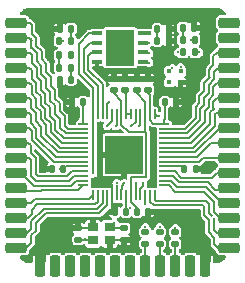
<source format=gbr>
%TF.GenerationSoftware,KiCad,Pcbnew,6.0.11+dfsg-1~bpo11+1*%
%TF.CreationDate,2023-07-13T21:39:36-04:00*%
%TF.ProjectId,Pop-In RP2040,506f702d-496e-4205-9250-323034302e6b,rev?*%
%TF.SameCoordinates,PX5f5e100PY5f5e100*%
%TF.FileFunction,Copper,L1,Top*%
%TF.FilePolarity,Positive*%
%FSLAX46Y46*%
G04 Gerber Fmt 4.6, Leading zero omitted, Abs format (unit mm)*
G04 Created by KiCad (PCBNEW 6.0.11+dfsg-1~bpo11+1) date 2023-07-13 21:39:36*
%MOMM*%
%LPD*%
G01*
G04 APERTURE LIST*
G04 Aperture macros list*
%AMRoundRect*
0 Rectangle with rounded corners*
0 $1 Rounding radius*
0 $2 $3 $4 $5 $6 $7 $8 $9 X,Y pos of 4 corners*
0 Add a 4 corners polygon primitive as box body*
4,1,4,$2,$3,$4,$5,$6,$7,$8,$9,$2,$3,0*
0 Add four circle primitives for the rounded corners*
1,1,$1+$1,$2,$3*
1,1,$1+$1,$4,$5*
1,1,$1+$1,$6,$7*
1,1,$1+$1,$8,$9*
0 Add four rect primitives between the rounded corners*
20,1,$1+$1,$2,$3,$4,$5,0*
20,1,$1+$1,$4,$5,$6,$7,0*
20,1,$1+$1,$6,$7,$8,$9,0*
20,1,$1+$1,$8,$9,$2,$3,0*%
G04 Aperture macros list end*
%TA.AperFunction,SMDPad,CuDef*%
%ADD10RoundRect,0.140000X-0.140000X-0.170000X0.140000X-0.170000X0.140000X0.170000X-0.140000X0.170000X0*%
%TD*%
%TA.AperFunction,SMDPad,CuDef*%
%ADD11R,0.850000X0.350000*%
%TD*%
%TA.AperFunction,SMDPad,CuDef*%
%ADD12R,2.400000X3.100000*%
%TD*%
%TA.AperFunction,SMDPad,CuDef*%
%ADD13RoundRect,0.147500X0.147500X0.172500X-0.147500X0.172500X-0.147500X-0.172500X0.147500X-0.172500X0*%
%TD*%
%TA.AperFunction,SMDPad,CuDef*%
%ADD14R,0.900000X0.800000*%
%TD*%
%TA.AperFunction,SMDPad,CuDef*%
%ADD15RoundRect,0.135000X0.135000X0.185000X-0.135000X0.185000X-0.135000X-0.185000X0.135000X-0.185000X0*%
%TD*%
%TA.AperFunction,SMDPad,CuDef*%
%ADD16RoundRect,0.135000X-0.135000X-0.185000X0.135000X-0.185000X0.135000X0.185000X-0.135000X0.185000X0*%
%TD*%
%TA.AperFunction,SMDPad,CuDef*%
%ADD17RoundRect,0.140000X-0.170000X0.140000X-0.170000X-0.140000X0.170000X-0.140000X0.170000X0.140000X0*%
%TD*%
%TA.AperFunction,SMDPad,CuDef*%
%ADD18RoundRect,0.135000X0.185000X-0.135000X0.185000X0.135000X-0.185000X0.135000X-0.185000X-0.135000X0*%
%TD*%
%TA.AperFunction,SMDPad,CuDef*%
%ADD19RoundRect,0.140000X0.140000X0.170000X-0.140000X0.170000X-0.140000X-0.170000X0.140000X-0.170000X0*%
%TD*%
%TA.AperFunction,SMDPad,CuDef*%
%ADD20RoundRect,0.147500X-0.147500X-0.172500X0.147500X-0.172500X0.147500X0.172500X-0.147500X0.172500X0*%
%TD*%
%TA.AperFunction,SMDPad,CuDef*%
%ADD21RoundRect,0.140000X0.170000X-0.140000X0.170000X0.140000X-0.170000X0.140000X-0.170000X-0.140000X0*%
%TD*%
%TA.AperFunction,SMDPad,CuDef*%
%ADD22RoundRect,0.050000X-0.387500X-0.050000X0.387500X-0.050000X0.387500X0.050000X-0.387500X0.050000X0*%
%TD*%
%TA.AperFunction,SMDPad,CuDef*%
%ADD23RoundRect,0.050000X-0.050000X-0.387500X0.050000X-0.387500X0.050000X0.387500X-0.050000X0.387500X0*%
%TD*%
%TA.AperFunction,SMDPad,CuDef*%
%ADD24R,3.200000X3.200000*%
%TD*%
%TA.AperFunction,SMDPad,CuDef*%
%ADD25RoundRect,0.135000X-0.185000X0.135000X-0.185000X-0.135000X0.185000X-0.135000X0.185000X0.135000X0*%
%TD*%
%TA.AperFunction,SMDPad,CuDef*%
%ADD26R,0.450000X0.450000*%
%TD*%
%TA.AperFunction,CastellatedPad*%
%ADD27RoundRect,0.225000X-0.675000X-0.225000X0.675000X-0.225000X0.675000X0.225000X-0.675000X0.225000X0*%
%TD*%
%TA.AperFunction,CastellatedPad*%
%ADD28RoundRect,0.225000X0.225000X-0.675000X0.225000X0.675000X-0.225000X0.675000X-0.225000X-0.675000X0*%
%TD*%
%TA.AperFunction,CastellatedPad*%
%ADD29RoundRect,0.225000X0.675000X0.225000X-0.675000X0.225000X-0.675000X-0.225000X0.675000X-0.225000X0*%
%TD*%
%TA.AperFunction,ViaPad*%
%ADD30C,0.300000*%
%TD*%
%TA.AperFunction,ViaPad*%
%ADD31C,0.400000*%
%TD*%
%TA.AperFunction,Conductor*%
%ADD32C,0.200000*%
%TD*%
G04 APERTURE END LIST*
D10*
%TO.P,C15,1*%
%TO.N,+3V3*%
X2929958Y8991810D03*
%TO.P,C15,2*%
%TO.N,GND*%
X3889958Y8991810D03*
%TD*%
D11*
%TO.P,U2,1,~{CS}*%
%TO.N,QSPI SS*%
X-2176463Y8629437D03*
%TO.P,U2,2,DO(IO1)*%
%TO.N,QSPI_SD1*%
X-2176463Y7829437D03*
%TO.P,U2,3,IO2*%
%TO.N,QSPI_SD2*%
X-2176463Y7029437D03*
%TO.P,U2,4,GND*%
%TO.N,GND*%
X-2176463Y6229437D03*
%TO.P,U2,5,DI(IO0)*%
%TO.N,QSPI_SD0*%
X1723537Y6229437D03*
%TO.P,U2,6,CLK*%
%TO.N,QSPI_SCLK*%
X1723537Y7029437D03*
%TO.P,U2,7,IO3*%
%TO.N,QSPI_SD3*%
X1723537Y7829437D03*
%TO.P,U2,8,VCC*%
%TO.N,+3V3*%
X1723537Y8629437D03*
D12*
%TO.P,U2,9,EP*%
%TO.N,unconnected-(U2-Pad9)*%
X-226463Y7429437D03*
%TD*%
D13*
%TO.P,D2,1,K*%
%TO.N,GND*%
X6066963Y9106733D03*
%TO.P,D2,2,A*%
%TO.N,Net-(D2-Pad2)*%
X5096963Y9106733D03*
%TD*%
D14*
%TO.P,Y1,1,1*%
%TO.N,Net-(C16-Pad1)*%
X-2515833Y-8902367D03*
%TO.P,Y1,2,2*%
%TO.N,GND*%
X-1115833Y-8902367D03*
%TO.P,Y1,3,3*%
%TO.N,Net-(C17-Pad1)*%
X-1115833Y-7802367D03*
%TO.P,Y1,4,4*%
%TO.N,GND*%
X-2515833Y-7802367D03*
%TD*%
D15*
%TO.P,R3,1*%
%TO.N,io25*%
X6099540Y8083854D03*
%TO.P,R3,2*%
%TO.N,Net-(D2-Pad2)*%
X5079540Y8083854D03*
%TD*%
D10*
%TO.P,C6,1*%
%TO.N,+3V3*%
X5213523Y-2865370D03*
%TO.P,C6,2*%
%TO.N,GND*%
X6173523Y-2865370D03*
%TD*%
D15*
%TO.P,R9,1*%
%TO.N,Net-(C13-Pad2)*%
X-4353362Y5732832D03*
%TO.P,R9,2*%
%TO.N,ADC_REF*%
X-5373362Y5732832D03*
%TD*%
D16*
%TO.P,R4,1*%
%TO.N,+3V3*%
X-5375113Y7989879D03*
%TO.P,R4,2*%
%TO.N,Net-(D1-Pad2)*%
X-4355113Y7989879D03*
%TD*%
D17*
%TO.P,C12,1*%
%TO.N,GND*%
X1189669Y4802116D03*
%TO.P,C12,2*%
%TO.N,+1V1*%
X1189669Y3842116D03*
%TD*%
D18*
%TO.P,R1,1*%
%TO.N,USB_D+*%
X3127843Y-9179588D03*
%TO.P,R1,2*%
%TO.N,Net-(R1-Pad2)*%
X3127843Y-8159588D03*
%TD*%
D19*
%TO.P,C5,1*%
%TO.N,+3V3*%
X-5065731Y-2863165D03*
%TO.P,C5,2*%
%TO.N,GND*%
X-6025731Y-2863165D03*
%TD*%
D20*
%TO.P,D1,1,K*%
%TO.N,GND*%
X-5348389Y9006737D03*
%TO.P,D1,2,A*%
%TO.N,Net-(D1-Pad2)*%
X-4378389Y9006737D03*
%TD*%
D21*
%TO.P,C10,1*%
%TO.N,+3V3*%
X215312Y3842116D03*
%TO.P,C10,2*%
%TO.N,GND*%
X215312Y4802116D03*
%TD*%
D22*
%TO.P,U1,1,IOVDD*%
%TO.N,+3V3*%
X-3352878Y961165D03*
%TO.P,U1,2,GPIO0*%
%TO.N,io0*%
X-3352878Y561165D03*
%TO.P,U1,3,GPIO1*%
%TO.N,io1*%
X-3352878Y161165D03*
%TO.P,U1,4,GPIO2*%
%TO.N,io2*%
X-3352878Y-238835D03*
%TO.P,U1,5,GPIO3*%
%TO.N,io3*%
X-3352878Y-638835D03*
%TO.P,U1,6,GPIO4*%
%TO.N,io4*%
X-3352878Y-1038835D03*
%TO.P,U1,7,GPIO5*%
%TO.N,io5*%
X-3352878Y-1438835D03*
%TO.P,U1,8,GPIO6*%
%TO.N,io6*%
X-3352878Y-1838835D03*
%TO.P,U1,9,GPIO7*%
%TO.N,io7*%
X-3352878Y-2238835D03*
%TO.P,U1,10,IOVDD*%
%TO.N,+3V3*%
X-3352878Y-2638835D03*
%TO.P,U1,11,GPIO8*%
%TO.N,io8*%
X-3352878Y-3038835D03*
%TO.P,U1,12,GPIO9*%
%TO.N,io9*%
X-3352878Y-3438835D03*
%TO.P,U1,13,GPIO10*%
%TO.N,io10*%
X-3352878Y-3838835D03*
%TO.P,U1,14,GPIO11*%
%TO.N,io11*%
X-3352878Y-4238835D03*
D23*
%TO.P,U1,15,GPIO12*%
%TO.N,io12*%
X-2515378Y-5076335D03*
%TO.P,U1,16,GPIO13*%
%TO.N,io13*%
X-2115378Y-5076335D03*
%TO.P,U1,17,GPIO14*%
%TO.N,io14*%
X-1715378Y-5076335D03*
%TO.P,U1,18,GPIO15*%
%TO.N,io15*%
X-1315378Y-5076335D03*
%TO.P,U1,19,TESTEN*%
%TO.N,GND*%
X-915378Y-5076335D03*
%TO.P,U1,20,XIN*%
%TO.N,Net-(C16-Pad1)*%
X-515378Y-5076335D03*
%TO.P,U1,21,XOUT*%
%TO.N,Net-(C17-Pad1)*%
X-115378Y-5076335D03*
%TO.P,U1,22,IOVDD*%
%TO.N,+3V3*%
X284622Y-5076335D03*
%TO.P,U1,23,DVDD*%
%TO.N,+1V1*%
X684622Y-5076335D03*
%TO.P,U1,24,SWCLK*%
%TO.N,SWCLK*%
X1084622Y-5076335D03*
%TO.P,U1,25,SWD*%
%TO.N,SWDIO*%
X1484622Y-5076335D03*
%TO.P,U1,26,RUN*%
%TO.N,Reset*%
X1884622Y-5076335D03*
%TO.P,U1,27,GPIO16*%
%TO.N,io16*%
X2284622Y-5076335D03*
%TO.P,U1,28,GPIO17*%
%TO.N,io17*%
X2684622Y-5076335D03*
D22*
%TO.P,U1,29,GPIO18*%
%TO.N,io18*%
X3522122Y-4238835D03*
%TO.P,U1,30,GPIO19*%
%TO.N,io19*%
X3522122Y-3838835D03*
%TO.P,U1,31,GPIO20*%
%TO.N,io20*%
X3522122Y-3438835D03*
%TO.P,U1,32,GPIO21*%
%TO.N,io21*%
X3522122Y-3038835D03*
%TO.P,U1,33,IOVDD*%
%TO.N,+3V3*%
X3522122Y-2638835D03*
%TO.P,U1,34,GPIO22*%
%TO.N,io22*%
X3522122Y-2238835D03*
%TO.P,U1,35,GPIO23*%
%TO.N,io23*%
X3522122Y-1838835D03*
%TO.P,U1,36,GPIO24*%
%TO.N,io24*%
X3522122Y-1438835D03*
%TO.P,U1,37,GPIO25*%
%TO.N,io25*%
X3522122Y-1038835D03*
%TO.P,U1,38,GPIO26_ADC0*%
%TO.N,io26*%
X3522122Y-638835D03*
%TO.P,U1,39,GPIO27_ADC1*%
%TO.N,io27*%
X3522122Y-238835D03*
%TO.P,U1,40,GPIO28_ADC2*%
%TO.N,io28*%
X3522122Y161165D03*
%TO.P,U1,41,GPIO29_ADC3*%
%TO.N,io29*%
X3522122Y561165D03*
%TO.P,U1,42,IOVDD*%
%TO.N,+3V3*%
X3522122Y961165D03*
D23*
%TO.P,U1,43,ADC_AVDD*%
%TO.N,Net-(C13-Pad2)*%
X2684622Y1798665D03*
%TO.P,U1,44,VREG_IN*%
%TO.N,+3V3*%
X2284622Y1798665D03*
%TO.P,U1,45,VREG_VOUT*%
%TO.N,+1V1*%
X1884622Y1798665D03*
%TO.P,U1,46,USB_DM*%
%TO.N,Net-(R2-Pad2)*%
X1484622Y1798665D03*
%TO.P,U1,47,USB_DP*%
%TO.N,Net-(R1-Pad2)*%
X1084622Y1798665D03*
%TO.P,U1,48,USB_VDD*%
%TO.N,+3V3*%
X684622Y1798665D03*
%TO.P,U1,49,IOVDD*%
X284622Y1798665D03*
%TO.P,U1,50,DVDD*%
%TO.N,+1V1*%
X-115378Y1798665D03*
%TO.P,U1,51,QSPI_SD3*%
%TO.N,QSPI_SD3*%
X-515378Y1798665D03*
%TO.P,U1,52,QSPI_SCLK*%
%TO.N,QSPI_SCLK*%
X-915378Y1798665D03*
%TO.P,U1,53,QSPI_SD0*%
%TO.N,QSPI_SD0*%
X-1315378Y1798665D03*
%TO.P,U1,54,QSPI_SD2*%
%TO.N,QSPI_SD2*%
X-1715378Y1798665D03*
%TO.P,U1,55,QSPI_SD1*%
%TO.N,QSPI_SD1*%
X-2115378Y1798665D03*
%TO.P,U1,56,QSPI_SS*%
%TO.N,QSPI SS*%
X-2515378Y1798665D03*
D24*
%TO.P,U1,57,GND*%
%TO.N,GND*%
X84622Y-1638835D03*
%TD*%
D10*
%TO.P,C9,1*%
%TO.N,+1V1*%
X1205555Y-6479004D03*
%TO.P,C9,2*%
%TO.N,GND*%
X2165555Y-6479004D03*
%TD*%
D18*
%TO.P,R2,1*%
%TO.N,USB_D-*%
X4439261Y-9179588D03*
%TO.P,R2,2*%
%TO.N,Net-(R2-Pad2)*%
X4439261Y-8159588D03*
%TD*%
D21*
%TO.P,C14,1*%
%TO.N,+3V3*%
X2157741Y3842116D03*
%TO.P,C14,2*%
%TO.N,GND*%
X2157741Y4802116D03*
%TD*%
D19*
%TO.P,C8,1*%
%TO.N,+3V3*%
X283269Y-6487179D03*
%TO.P,C8,2*%
%TO.N,GND*%
X-676731Y-6487179D03*
%TD*%
D15*
%TO.P,R8,1*%
%TO.N,+3V3*%
X6106544Y7027220D03*
%TO.P,R8,2*%
%TO.N,Net-(LED1-Pad2)*%
X5086544Y7027220D03*
%TD*%
D10*
%TO.P,C7,1*%
%TO.N,+3V3*%
X3552300Y2814099D03*
%TO.P,C7,2*%
%TO.N,GND*%
X4512300Y2814099D03*
%TD*%
D19*
%TO.P,C4,1*%
%TO.N,+3V3*%
X-3366114Y2814099D03*
%TO.P,C4,2*%
%TO.N,GND*%
X-4326114Y2814099D03*
%TD*%
D21*
%TO.P,C11,1*%
%TO.N,+1V1*%
X-759046Y3842116D03*
%TO.P,C11,2*%
%TO.N,GND*%
X-759046Y4802116D03*
%TD*%
D17*
%TO.P,C17,1*%
%TO.N,Net-(C17-Pad1)*%
X125368Y-7872367D03*
%TO.P,C17,2*%
%TO.N,GND*%
X125368Y-8832367D03*
%TD*%
D25*
%TO.P,R11,1*%
%TO.N,QSPI SS*%
X1905000Y-8159588D03*
%TO.P,R11,2*%
%TO.N,BootMode*%
X1905000Y-9179588D03*
%TD*%
D21*
%TO.P,C16,1*%
%TO.N,Net-(C16-Pad1)*%
X-3758060Y-8832367D03*
%TO.P,C16,2*%
%TO.N,GND*%
X-3758060Y-7872367D03*
%TD*%
D16*
%TO.P,R7,1*%
%TO.N,ADC_REF*%
X-5375113Y6760941D03*
%TO.P,R7,2*%
%TO.N,+3V3*%
X-4355113Y6760941D03*
%TD*%
D19*
%TO.P,C18,1*%
%TO.N,GND*%
X3889958Y8019547D03*
%TO.P,C18,2*%
%TO.N,+3V3*%
X2929958Y8019547D03*
%TD*%
D26*
%TO.P,LED1,1,DO*%
%TO.N,unconnected-(LED1-Pad1)*%
X3948660Y4473226D03*
%TO.P,LED1,2,VDD*%
%TO.N,Net-(LED1-Pad2)*%
X3948660Y5423226D03*
%TO.P,LED1,3,GND*%
%TO.N,GND*%
X4898660Y4473226D03*
%TO.P,LED1,4,DI*%
%TO.N,io24*%
X4898660Y5423226D03*
%TD*%
D10*
%TO.P,C13,1*%
%TO.N,GND*%
X-5339700Y4703324D03*
%TO.P,C13,2*%
%TO.N,Net-(C13-Pad2)*%
X-4379700Y4703324D03*
%TD*%
D27*
%TO.P,REF\u002A\u002A,1*%
%TO.N,io0*%
X-9005378Y9525000D03*
%TO.P,REF\u002A\u002A,2*%
%TO.N,io1*%
X-9005378Y8255000D03*
%TO.P,REF\u002A\u002A,3*%
%TO.N,io2*%
X-9005378Y6985000D03*
%TO.P,REF\u002A\u002A,4*%
%TO.N,io3*%
X-9005378Y5715000D03*
%TO.P,REF\u002A\u002A,5*%
%TO.N,io4*%
X-9005378Y4445000D03*
%TO.P,REF\u002A\u002A,6*%
%TO.N,io5*%
X-9005378Y3175000D03*
%TO.P,REF\u002A\u002A,7*%
%TO.N,io6*%
X-9005378Y1905000D03*
%TO.P,REF\u002A\u002A,8*%
%TO.N,io7*%
X-9005378Y635000D03*
%TO.P,REF\u002A\u002A,9*%
%TO.N,io8*%
X-9005378Y-635000D03*
%TO.P,REF\u002A\u002A,10*%
%TO.N,io9*%
X-9005378Y-1905000D03*
%TO.P,REF\u002A\u002A,11*%
%TO.N,io10*%
X-9005378Y-3175000D03*
%TO.P,REF\u002A\u002A,12*%
%TO.N,io11*%
X-9005378Y-4445000D03*
%TO.P,REF\u002A\u002A,13*%
%TO.N,io12*%
X-9005378Y-5715000D03*
%TO.P,REF\u002A\u002A,14*%
%TO.N,io13*%
X-9005378Y-6985000D03*
%TO.P,REF\u002A\u002A,15*%
%TO.N,io14*%
X-9005378Y-8255000D03*
%TO.P,REF\u002A\u002A,16*%
%TO.N,io15*%
X-9005378Y-9525000D03*
D28*
%TO.P,REF\u002A\u002A,17*%
%TO.N,GND*%
X-6985000Y-11034588D03*
%TO.P,REF\u002A\u002A,18*%
%TO.N,+3V3*%
X-5715000Y-11034588D03*
%TO.P,REF\u002A\u002A,19*%
%TO.N,ADC_REF*%
X-4445000Y-11034588D03*
%TO.P,REF\u002A\u002A,20*%
%TO.N,N/C*%
X-3175000Y-11034588D03*
%TO.P,REF\u002A\u002A,21*%
%TO.N,SWCLK*%
X-1905000Y-11034588D03*
%TO.P,REF\u002A\u002A,22*%
%TO.N,SWDIO*%
X-635000Y-11034588D03*
%TO.P,REF\u002A\u002A,23*%
%TO.N,Reset*%
X635000Y-11034588D03*
%TO.P,REF\u002A\u002A,24*%
%TO.N,BootMode*%
X1905000Y-11034588D03*
%TO.P,REF\u002A\u002A,25*%
%TO.N,USB_D+*%
X3175000Y-11034588D03*
%TO.P,REF\u002A\u002A,26*%
%TO.N,USB_D-*%
X4445000Y-11034588D03*
%TO.P,REF\u002A\u002A,27*%
%TO.N,+3V3*%
X5715000Y-11034588D03*
%TO.P,REF\u002A\u002A,28*%
%TO.N,GND*%
X6985000Y-11034588D03*
D29*
%TO.P,REF\u002A\u002A,29*%
%TO.N,io16*%
X8974622Y-9525000D03*
%TO.P,REF\u002A\u002A,30*%
%TO.N,io17*%
X8974622Y-8255000D03*
%TO.P,REF\u002A\u002A,31*%
%TO.N,io18*%
X8974622Y-6985000D03*
%TO.P,REF\u002A\u002A,32*%
%TO.N,io19*%
X8974622Y-5715000D03*
%TO.P,REF\u002A\u002A,33*%
%TO.N,io20*%
X8974622Y-4445000D03*
%TO.P,REF\u002A\u002A,34*%
%TO.N,io21*%
X8974622Y-3175000D03*
%TO.P,REF\u002A\u002A,35*%
%TO.N,io22*%
X8974622Y-1905000D03*
%TO.P,REF\u002A\u002A,36*%
%TO.N,io23*%
X8974622Y-635000D03*
%TO.P,REF\u002A\u002A,37*%
%TO.N,io24*%
X8974622Y635000D03*
%TO.P,REF\u002A\u002A,38*%
%TO.N,io25*%
X8974622Y1905000D03*
%TO.P,REF\u002A\u002A,39*%
%TO.N,io26*%
X8974622Y3175000D03*
%TO.P,REF\u002A\u002A,40*%
%TO.N,io27*%
X8974622Y4445000D03*
%TO.P,REF\u002A\u002A,41*%
%TO.N,io28*%
X8974622Y5715000D03*
%TO.P,REF\u002A\u002A,42*%
%TO.N,io29*%
X8974622Y6985000D03*
%TO.P,REF\u002A\u002A,43*%
%TO.N,N/C*%
X8974622Y8255000D03*
%TO.P,REF\u002A\u002A,44*%
X8974622Y9525000D03*
%TD*%
D30*
%TO.N,SWCLK*%
X1140853Y-4059506D03*
%TO.N,io24*%
X4895280Y5740361D03*
%TO.N,io25*%
X5794116Y8091431D03*
D31*
%TO.N,GND*%
X1356603Y-2281042D03*
X-1183397Y-1011042D03*
X1356603Y-376042D03*
X86603Y-2281042D03*
X1356603Y-1646042D03*
X-1183397Y-2916042D03*
X-548397Y-376042D03*
X-4932780Y-7943690D03*
X-1183397Y-376042D03*
X2070907Y9818108D03*
X5401569Y-7644144D03*
X721603Y-1646042D03*
D30*
X-6740879Y-2505449D03*
X2573111Y-1683514D03*
X7075116Y-2861066D03*
D31*
X86603Y-1011042D03*
X721603Y-376042D03*
X86603Y-1646042D03*
X1356603Y-1011042D03*
X1356603Y-2916042D03*
X-548397Y-2916042D03*
X-2539683Y9854222D03*
X-2161912Y5707368D03*
X-548397Y-1646042D03*
X-1183397Y-1646042D03*
X-4335767Y3735537D03*
X721603Y-2916042D03*
X4921047Y1811368D03*
X86603Y-2916042D03*
X-1183397Y-2281042D03*
X86603Y-376042D03*
D30*
%TO.N,+3V3*%
X5370770Y-2869859D03*
X-5279555Y-2863165D03*
X573669Y-6196778D03*
X6474322Y7034187D03*
X-4360333Y7088877D03*
X284622Y3785378D03*
X-3358646Y1319482D03*
D31*
X2234622Y8629437D03*
D30*
X3513775Y1319482D03*
X-5083516Y7989879D03*
X2157741Y3854688D03*
X2882257Y8524792D03*
%TO.N,QSPI_SCLK*%
X-1335378Y766165D03*
X2234622Y6938236D03*
%TO.N,QSPI SS*%
X1905000Y-7795080D03*
X-2515378Y-3222861D03*
%TO.N,QSPI_SD3*%
X2234622Y7829437D03*
X-620542Y766165D03*
%TO.N,QSPI_SD0*%
X-1190807Y2814110D03*
X2234622Y6155823D03*
%TO.N,Reset*%
X1853434Y-5793710D03*
%TO.N,Net-(R2-Pad2)*%
X4439261Y-7848835D03*
X1379622Y766165D03*
%TO.N,Net-(R1-Pad2)*%
X722842Y766165D03*
X3127843Y-7795080D03*
%TO.N,Net-(C16-Pad1)*%
X-523081Y-4059506D03*
X-3212786Y-8812745D03*
%TO.N,Net-(C17-Pad1)*%
X96088Y-4059506D03*
X-707832Y-7433164D03*
%TO.N,Net-(LED1-Pad2)*%
X4194886Y5692423D03*
X4705027Y7019927D03*
%TO.N,Net-(C13-Pad2)*%
X3038990Y1620399D03*
X-4360333Y5202691D03*
%TO.N,ADC_REF*%
X-5387572Y6209911D03*
%TO.N,SWDIO*%
X1717811Y-4059506D03*
%TD*%
D32*
%TO.N,io0*%
X-6876807Y7118946D02*
X-6876807Y6426793D01*
X-5360921Y2029923D02*
X-4923528Y1592530D01*
X-5749799Y3823221D02*
X-5749799Y3109062D01*
X-5749799Y3109062D02*
X-5360921Y2720184D01*
X-4659714Y561165D02*
X-3352878Y561165D01*
X-7327626Y7571383D02*
X-7328435Y7570574D01*
X-9005378Y9525000D02*
X-7874336Y9525000D01*
X-7712310Y9362974D02*
X-7712310Y8611316D01*
X-4923530Y824981D02*
X-4659714Y561165D01*
X-5360921Y2720184D02*
X-5360921Y2029923D01*
X-6112670Y4970038D02*
X-6112670Y4186092D01*
X-7712310Y8611316D02*
X-7327626Y8226632D01*
X-6112670Y4186092D02*
X-5749799Y3823221D01*
X-4923528Y1592530D02*
X-4923530Y824981D01*
X-6491835Y5349203D02*
X-6112670Y4970038D01*
X-6491836Y6041823D02*
X-6491835Y5349203D01*
X-7874336Y9525000D02*
X-7712310Y9362974D01*
X-6876807Y6426793D02*
X-6491836Y6041823D01*
X-7327626Y8226632D02*
X-7327626Y7571383D01*
X-7328435Y7570574D02*
X-6876807Y7118946D01*
%TO.N,io1*%
X-6891835Y5183517D02*
X-6512670Y4804352D01*
X-6891835Y5876137D02*
X-6891835Y5183517D01*
X-7921681Y8255000D02*
X-7727626Y8060946D01*
X-7276807Y6261108D02*
X-6891835Y5876137D01*
X-6512670Y4020406D02*
X-6149799Y3657535D01*
X-9005378Y8255000D02*
X-7921681Y8255000D01*
X-5760921Y1834658D02*
X-5323529Y1397263D01*
X-7727626Y8060946D02*
X-7739988Y8048584D01*
X-5323529Y1397263D02*
X-5323529Y634017D01*
X-7276807Y6953260D02*
X-7276807Y6261108D01*
X-5760921Y2544975D02*
X-5760921Y1834658D01*
X-6149799Y2933853D02*
X-5760921Y2544975D01*
X-6512670Y4804352D02*
X-6512670Y4020406D01*
X-6149799Y3657535D02*
X-6149799Y2933853D01*
X-4850677Y161165D02*
X-3352878Y161165D01*
X-7710036Y7386489D02*
X-7276807Y6953260D01*
X-7739988Y8048584D02*
X-7739988Y7386489D01*
X-7739988Y7386489D02*
X-7710036Y7386489D01*
X-5323529Y634017D02*
X-4850677Y161165D01*
%TO.N,io2*%
X-5723530Y468332D02*
X-5016363Y-238835D01*
X-7676807Y6787575D02*
X-7676807Y6095423D01*
X-6160921Y1668973D02*
X-5723529Y1231578D01*
X-6912670Y3854720D02*
X-6549799Y3491849D01*
X-5016363Y-238835D02*
X-3352878Y-238835D01*
X-7291835Y5710451D02*
X-7291835Y4936492D01*
X-6912669Y4557326D02*
X-6912670Y3854720D01*
X-7676807Y6095423D02*
X-7291835Y5710451D01*
X-6160921Y2379289D02*
X-6160921Y1668973D01*
X-7291835Y4936492D02*
X-6912669Y4557326D01*
X-9005378Y6985000D02*
X-7874231Y6985000D01*
X-6549799Y2768167D02*
X-6160921Y2379289D01*
X-5723529Y1231578D02*
X-5723530Y468332D01*
X-7874231Y6985000D02*
X-7676807Y6787575D01*
X-6549799Y3491849D02*
X-6549799Y2768167D01*
%TO.N,io3*%
X-6949799Y2602481D02*
X-6560921Y2213603D01*
X-6560921Y2213603D02*
X-6560921Y1503287D01*
X-6949799Y3326164D02*
X-6949799Y2602481D01*
X-7691835Y4770806D02*
X-7312669Y4391640D01*
X-6560921Y1503287D02*
X-6123529Y1065893D01*
X-5182049Y-638835D02*
X-3352878Y-638835D01*
X-7691835Y5496508D02*
X-7691835Y4770806D01*
X-7910327Y5715000D02*
X-7691835Y5496508D01*
X-7312669Y4391640D02*
X-7312669Y3689034D01*
X-7312669Y3689034D02*
X-6949799Y3326164D01*
X-6123529Y302645D02*
X-5182049Y-638835D01*
X-9005378Y5715000D02*
X-7910327Y5715000D01*
X-6123529Y1065893D02*
X-6123529Y302645D01*
%TO.N,io4*%
X-6523529Y900208D02*
X-6523529Y136959D01*
X-7349799Y2436795D02*
X-6960921Y2047917D01*
X-7712669Y3475214D02*
X-7349799Y3112344D01*
X-9005378Y4445000D02*
X-8993278Y4457100D01*
X-7943815Y4457100D02*
X-7712669Y4225954D01*
X-8993278Y4457100D02*
X-7943815Y4457100D01*
X-6960921Y1337600D02*
X-6523529Y900208D01*
X-7712669Y4225954D02*
X-7712669Y3475214D01*
X-5347735Y-1038835D02*
X-3352878Y-1038835D01*
X-6960921Y2047917D02*
X-6960921Y1337600D01*
X-6523529Y136959D02*
X-5347735Y-1038835D01*
X-7349799Y3112344D02*
X-7349799Y2436795D01*
%TO.N,io5*%
X-5513421Y-1438835D02*
X-3352878Y-1438835D01*
X-7360921Y1171916D02*
X-6923529Y734523D01*
X-7360921Y1882232D02*
X-7360921Y1171916D01*
X-9005378Y3175000D02*
X-7978141Y3175000D01*
X-7978141Y3175000D02*
X-7749799Y2946658D01*
X-7749799Y2946658D02*
X-7749799Y2271110D01*
X-7749799Y2271110D02*
X-7360921Y1882232D01*
X-6923529Y-28727D02*
X-5513421Y-1438835D01*
X-6923529Y734523D02*
X-6923529Y-28727D01*
%TO.N,io6*%
X-9005378Y1905000D02*
X-7949375Y1905000D01*
X-7760921Y1006229D02*
X-7323529Y568838D01*
X-7760921Y1716546D02*
X-7760921Y1006229D01*
X-7323529Y-194413D02*
X-5679107Y-1838835D01*
X-5679107Y-1838835D02*
X-3352878Y-1838835D01*
X-7323529Y568838D02*
X-7323529Y-194413D01*
X-7949375Y1905000D02*
X-7760921Y1716546D01*
%TO.N,io7*%
X-7723529Y403153D02*
X-7723529Y-360099D01*
X-9005378Y635000D02*
X-7955376Y635000D01*
X-5844793Y-2238835D02*
X-3352878Y-2238835D01*
X-7955376Y635000D02*
X-7723529Y403153D01*
X-7723529Y-360099D02*
X-5844793Y-2238835D01*
%TO.N,io8*%
X-4743477Y-3473165D02*
X-7203379Y-3473165D01*
X-8995888Y-625510D02*
X-9005378Y-635000D01*
X-7789729Y-1506953D02*
X-7789729Y-859585D01*
X-8990569Y-620191D02*
X-9005378Y-635000D01*
X-7367973Y-1928709D02*
X-7789729Y-1506953D01*
X-7203379Y-3473165D02*
X-7367973Y-3308571D01*
X-7367973Y-3308571D02*
X-7367973Y-1928709D01*
X-7789729Y-859585D02*
X-8023804Y-625510D01*
X-8023804Y-625510D02*
X-8995888Y-625510D01*
X-4309147Y-3038835D02*
X-4743477Y-3473165D01*
X-3352878Y-3038835D02*
X-4309147Y-3038835D01*
%TO.N,io9*%
X-4577791Y-3873165D02*
X-7369065Y-3873165D01*
X-7957368Y-1905000D02*
X-9005378Y-1905000D01*
X-4143461Y-3438835D02*
X-4577791Y-3873165D01*
X-3352878Y-3438835D02*
X-4143461Y-3438835D01*
X-7780286Y-2608202D02*
X-7781369Y-2607119D01*
X-7780286Y-3461944D02*
X-7780286Y-2608202D01*
X-4143460Y-3438835D02*
X-3352878Y-3438835D01*
X-7781369Y-2607119D02*
X-7781369Y-2080999D01*
X-7781369Y-2080999D02*
X-7957368Y-1905000D01*
X-7369065Y-3873165D02*
X-7780286Y-3461944D01*
%TO.N,io10*%
X-3352878Y-3838835D02*
X-3977775Y-3838835D01*
X-3977775Y-3838835D02*
X-4412105Y-4273165D01*
X-4412105Y-4273165D02*
X-7534751Y-4273165D01*
X-8632916Y-3175000D02*
X-9005378Y-3175000D01*
X-7534751Y-4273165D02*
X-8632916Y-3175000D01*
%TO.N,io11*%
X-6970906Y-4676467D02*
X-8773911Y-4676467D01*
X-6967604Y-4673165D02*
X-6970906Y-4676467D01*
X-8773911Y-4676467D02*
X-9005378Y-4445000D01*
X-3787208Y-4673165D02*
X-6967604Y-4673165D01*
X-3352878Y-4238835D02*
X-3787208Y-4673165D01*
%TO.N,io12*%
X-7474195Y-5413835D02*
X-7775360Y-5715000D01*
X-2515378Y-5076335D02*
X-2852878Y-5413835D01*
X-2852878Y-5413835D02*
X-7474195Y-5413835D01*
X-7775360Y-5715000D02*
X-9005378Y-5715000D01*
%TO.N,io13*%
X-8048802Y-6985000D02*
X-9005378Y-6985000D01*
X-7252411Y-5813835D02*
X-7721897Y-6283321D01*
X-2115378Y-5608810D02*
X-2320403Y-5813835D01*
X-7721897Y-6283321D02*
X-7721897Y-6658096D01*
X-7721897Y-6658096D02*
X-8048802Y-6985000D01*
X-2115378Y-5076335D02*
X-2115378Y-5608810D01*
X-2320403Y-5813835D02*
X-7252411Y-5813835D01*
%TO.N,io14*%
X-7741491Y-7243375D02*
X-6711950Y-6213835D01*
X-1715378Y-5774496D02*
X-1715378Y-5076335D01*
X-9005378Y-8255000D02*
X-8099585Y-8255000D01*
X-8099585Y-8255000D02*
X-7741491Y-7896907D01*
X-6711950Y-6213835D02*
X-2154718Y-6213835D01*
X-2154718Y-6213835D02*
X-1715378Y-5774496D01*
X-7741491Y-7896907D02*
X-7741491Y-7243375D01*
%TO.N,io15*%
X-7735249Y-9098327D02*
X-8161923Y-9525000D01*
X-7341492Y-8062593D02*
X-7735249Y-8456350D01*
X-1989033Y-6613835D02*
X-6546265Y-6613835D01*
X-1315378Y-5076335D02*
X-1315379Y-5940182D01*
X-8161923Y-9525000D02*
X-9005378Y-9525000D01*
X-7735249Y-8456350D02*
X-7735249Y-9098327D01*
X-7341491Y-7409061D02*
X-7341492Y-8062593D01*
X-6546265Y-6613835D02*
X-7341491Y-7409061D01*
X-1315379Y-5940182D02*
X-1989033Y-6613835D01*
%TO.N,SWCLK*%
X1084622Y-5076335D02*
X1084622Y-4115737D01*
X1084622Y-4115737D02*
X1140853Y-4059506D01*
%TO.N,io16*%
X7278176Y-8201017D02*
X7747031Y-8669871D01*
X2284622Y-5608810D02*
X2600897Y-5925085D01*
X8036435Y-9525000D02*
X8974622Y-9525000D01*
X6912340Y-6776755D02*
X7278176Y-7142591D01*
X7747031Y-9235596D02*
X8036435Y-9525000D01*
X7278176Y-7142591D02*
X7278176Y-8201017D01*
X6912340Y-6081711D02*
X6912340Y-6776755D01*
X7747031Y-8669871D02*
X7747031Y-9235596D01*
X6755714Y-5925085D02*
X6912340Y-6081711D01*
X2284622Y-5076335D02*
X2284622Y-5608810D01*
X2600897Y-5925085D02*
X6755714Y-5925085D01*
%TO.N,io17*%
X2684622Y-5076335D02*
X2684622Y-5437186D01*
X2684622Y-5437186D02*
X2772521Y-5525085D01*
X7042565Y-5525085D02*
X7312340Y-5794860D01*
X7312340Y-5794860D02*
X7312340Y-6611069D01*
X2772521Y-5525085D02*
X6226355Y-5525085D01*
X7678176Y-7987007D02*
X7946169Y-8255000D01*
X6226355Y-5525085D02*
X7042565Y-5525085D01*
X7946169Y-8255000D02*
X8974622Y-8255000D01*
X7312340Y-6611069D02*
X7555172Y-6853901D01*
X7678176Y-6976906D02*
X7678176Y-7987007D01*
%TO.N,io18*%
X7720857Y-5637691D02*
X6875677Y-4792510D01*
X4447290Y-4792511D02*
X3893613Y-4238835D01*
X8251956Y-6985000D02*
X7720857Y-6453901D01*
X3893613Y-4238835D02*
X3522122Y-4238835D01*
X8974622Y-6985000D02*
X8251956Y-6985000D01*
X7720857Y-6453901D02*
X7720857Y-5637691D01*
X6875677Y-4792510D02*
X4447290Y-4792511D01*
%TO.N,io19*%
X7041364Y-4392511D02*
X4612975Y-4392511D01*
X8363852Y-5715000D02*
X7041364Y-4392511D01*
X8974622Y-5715000D02*
X8363852Y-5715000D01*
X4059298Y-3838835D02*
X3522122Y-3838835D01*
X4612975Y-4392511D02*
X4059298Y-3838835D01*
%TO.N,io20*%
X4778660Y-3992511D02*
X7207050Y-3992511D01*
X7207050Y-3992511D02*
X7810188Y-4595649D01*
X8823973Y-4595649D02*
X8974622Y-4445000D01*
X3522122Y-3438835D02*
X4224983Y-3438835D01*
X4224983Y-3438835D02*
X4778660Y-3992511D01*
X7810188Y-4595649D02*
X8823973Y-4595649D01*
%TO.N,io21*%
X7972489Y-3175000D02*
X8974622Y-3175000D01*
X4390669Y-3038835D02*
X4944345Y-3592511D01*
X7554979Y-3592511D02*
X7972489Y-3175000D01*
X3522122Y-3038835D02*
X4390669Y-3038835D01*
X4944345Y-3592511D02*
X7554979Y-3592511D01*
%TO.N,io22*%
X6478561Y-2238835D02*
X3522122Y-2238835D01*
X8974622Y-1905000D02*
X6812396Y-1905000D01*
X6812396Y-1905000D02*
X6478561Y-2238835D01*
%TO.N,io23*%
X6282361Y-1838835D02*
X3522122Y-1838835D01*
X7486196Y-635000D02*
X6282361Y-1838835D01*
X8974622Y-635000D02*
X7486196Y-635000D01*
%TO.N,io24*%
X6116675Y-1438835D02*
X3522122Y-1438835D01*
X8190510Y635000D02*
X6116675Y-1438835D01*
X8974622Y635000D02*
X8190510Y635000D01*
%TO.N,io25*%
X8974622Y1905000D02*
X7904734Y1905000D01*
X5950990Y-1038835D02*
X3522122Y-1038835D01*
X7765683Y775858D02*
X5950990Y-1038835D01*
X7765683Y1765949D02*
X7765683Y775858D01*
X7904734Y1905000D02*
X7765683Y1765949D01*
%TO.N,io26*%
X7695511Y2261463D02*
X7365683Y1931635D01*
X7673752Y2835249D02*
X7673752Y2283222D01*
X8974622Y3175000D02*
X8013503Y3175000D01*
X7673752Y2283222D02*
X7695511Y2261463D01*
X5785304Y-638835D02*
X3522122Y-638835D01*
X8013503Y3175000D02*
X7673752Y2835249D01*
X7365683Y1931635D02*
X7365683Y941543D01*
X7365683Y941543D02*
X5785304Y-638835D01*
%TO.N,io27*%
X5619619Y-238835D02*
X3522122Y-238835D01*
X7273752Y3000935D02*
X7273752Y2405389D01*
X8013247Y4445000D02*
X7668440Y4100193D01*
X6965683Y2097320D02*
X6965683Y1107228D01*
X8974622Y4445000D02*
X8013247Y4445000D01*
X7668440Y4100193D02*
X7668440Y3395622D01*
X7273752Y2405389D02*
X6965683Y2097320D01*
X7668440Y3395622D02*
X7273752Y3000935D01*
X6965683Y1107228D02*
X5619619Y-238835D01*
%TO.N,io28*%
X7776870Y5476816D02*
X7776870Y5442291D01*
X8015054Y5715000D02*
X7776870Y5476816D01*
X7776870Y5442291D02*
X7716109Y5381531D01*
X6565683Y1272914D02*
X5453934Y161165D01*
X7740669Y4750251D02*
X7268440Y4278022D01*
X6565683Y2263005D02*
X6565683Y1272914D01*
X7740669Y5356971D02*
X7740669Y4750251D01*
X7268440Y3561307D02*
X6873753Y3166621D01*
X6873753Y2571075D02*
X6565683Y2263005D01*
X7716109Y5381531D02*
X7740669Y5356971D01*
X7268440Y4278022D02*
X7268440Y3561307D01*
X8974622Y5715000D02*
X8015054Y5715000D01*
X6873753Y3166621D02*
X6873753Y2571075D01*
X5453934Y161165D02*
X3522122Y161165D01*
%TO.N,io29*%
X6165683Y1438600D02*
X6165683Y1707310D01*
X5078600Y561165D02*
X5288248Y561165D01*
X7666359Y5931990D02*
X7666359Y6678351D01*
X7666359Y6678351D02*
X7650254Y6694456D01*
X6473754Y3332307D02*
X6868440Y3726993D01*
X7412764Y5678395D02*
X7666359Y5931990D01*
X7940799Y6985000D02*
X8974622Y6985000D01*
X6868440Y4455851D02*
X7340669Y4928080D01*
X6868440Y3726993D02*
X6868440Y4455851D01*
X7412764Y5643872D02*
X7412764Y5678395D01*
X7316109Y5547217D02*
X7412764Y5643872D01*
X6165683Y1707310D02*
X6165683Y2428691D01*
X7316109Y4952640D02*
X7316109Y5547217D01*
X6165683Y2428691D02*
X6473753Y2736761D01*
X6473753Y2736761D02*
X6473754Y3332307D01*
X3522122Y561165D02*
X5078600Y561165D01*
X6001624Y1274541D02*
X6165683Y1438600D01*
X6165683Y1648248D02*
X6165683Y2428691D01*
X7340669Y4928080D02*
X7316109Y4952640D01*
X7650254Y6694456D02*
X7940799Y6985000D01*
X5288248Y561165D02*
X6001624Y1274541D01*
%TO.N,GND*%
X2618511Y-6479004D02*
X2646158Y-6506651D01*
X3870292Y8513565D02*
X3870292Y8039213D01*
X3870292Y8972144D02*
X3889958Y8991810D01*
X-2176463Y6129437D02*
X-2176463Y5721919D01*
X3870292Y8513565D02*
X3870292Y8972144D01*
X-915378Y-6248532D02*
X-676731Y-6487179D01*
X3870292Y8039213D02*
X3889958Y8019547D01*
X-2176463Y5721919D02*
X-2161912Y5707368D01*
X-3758060Y-7872367D02*
X-2585833Y-7872367D01*
X2065555Y-6479004D02*
X2618511Y-6479004D01*
X-759046Y4802116D02*
X2157741Y4802116D01*
X-915378Y-5076335D02*
X-915378Y-6248532D01*
X125368Y-8832367D02*
X-1045833Y-8832367D01*
%TO.N,+3V3*%
X-3366114Y2814099D02*
X-3366114Y1326950D01*
X3522122Y-2638835D02*
X4986988Y-2638835D01*
X3513775Y969512D02*
X3522122Y961165D01*
X283269Y-6487179D02*
X187031Y-6487179D01*
X-3366114Y1326950D02*
X-3358646Y1319482D01*
X3513775Y1319482D02*
X3513775Y969512D01*
X4986988Y-2638835D02*
X5213523Y-2865370D01*
X3552300Y1358007D02*
X3513775Y1319482D01*
X284622Y1798665D02*
X284622Y3472806D01*
X2284622Y1798665D02*
X2284622Y1266190D01*
X2882257Y8067248D02*
X2929958Y8019547D01*
X2284622Y1266190D02*
X2589647Y961165D01*
X284622Y-6385826D02*
X183269Y-6487179D01*
X2284622Y1798665D02*
X2284622Y3415235D01*
X2589647Y961165D02*
X3522122Y961165D01*
X3552300Y2814099D02*
X3552300Y1358007D01*
X-3352878Y-2638835D02*
X-4841401Y-2638835D01*
X284622Y-5076335D02*
X284622Y-6385826D01*
X684622Y1798665D02*
X284622Y1798665D01*
X-3358646Y1319482D02*
X-3358646Y966933D01*
X2882257Y8524792D02*
X2882257Y8067248D01*
X-4841401Y-2638835D02*
X-5065731Y-2863165D01*
X2882257Y8944109D02*
X2929958Y8991810D01*
X-3358646Y966933D02*
X-3352878Y961165D01*
X284622Y3472806D02*
X215312Y3542116D01*
X2284622Y3415235D02*
X2157741Y3542116D01*
X2882257Y8524792D02*
X2882257Y8944109D01*
%TO.N,QSPI_SCLK*%
X-1330971Y766165D02*
X-915378Y1181758D01*
X-915378Y1181758D02*
X-915378Y1798665D01*
X-1335378Y766165D02*
X-1330971Y766165D01*
%TO.N,QSPI SS*%
X-2515378Y1798665D02*
X-2515378Y-3222861D01*
X-2515378Y4005770D02*
X-3729490Y5219882D01*
X-3729490Y7730740D02*
X-2830793Y8629437D01*
X-2830793Y8629437D02*
X-2176463Y8629437D01*
X-2515378Y1798665D02*
X-2515378Y4005770D01*
X-3729490Y5219882D02*
X-3729490Y7730740D01*
%TO.N,QSPI_SD3*%
X-515378Y1146776D02*
X-515378Y871329D01*
X-515378Y1798665D02*
X-515378Y1146776D01*
%TO.N,QSPI_SD0*%
X-1315378Y2689539D02*
X-1190807Y2814110D01*
X-1315378Y1798665D02*
X-1315378Y2689539D01*
%TO.N,QSPI_SD2*%
X-2634314Y7035397D02*
X-2182423Y7035397D01*
X-2182423Y7035397D02*
X-2176463Y7029437D01*
X-1715378Y4337142D02*
X-2929490Y5551254D01*
X-2929490Y6740221D02*
X-2634314Y7035397D01*
X-1715378Y1798665D02*
X-1715378Y4337142D01*
X-2929490Y5551254D02*
X-2929490Y6740221D01*
%TO.N,QSPI_SD1*%
X-3329490Y7318375D02*
X-2818428Y7829437D01*
X-2115378Y4171456D02*
X-3329490Y5385568D01*
X-2115378Y1798665D02*
X-2115378Y4171456D01*
X-3329490Y5385568D02*
X-3329490Y7318375D01*
X-2818428Y7829437D02*
X-2176463Y7829437D01*
%TO.N,Reset*%
X1884622Y-5076335D02*
X1884622Y-5774496D01*
%TO.N,USB_D+*%
X3127843Y-10934588D02*
X3175000Y-10934588D01*
X3127843Y-9180946D02*
X3127843Y-10934588D01*
%TO.N,Net-(R2-Pad2)*%
X1484622Y1798665D02*
X1484622Y871165D01*
X1484622Y871165D02*
X1379622Y766165D01*
%TO.N,Net-(R1-Pad2)*%
X1084622Y1798665D02*
X1084622Y1130627D01*
X1084622Y1130627D02*
X722842Y768847D01*
%TO.N,USB_D-*%
X4439261Y-9180946D02*
X4439261Y-10934588D01*
X4439261Y-10934588D02*
X4445000Y-10934588D01*
%TO.N,+1V1*%
X684622Y-3538835D02*
X1984622Y-3538835D01*
X1984622Y-3538835D02*
X1984622Y261165D01*
X684622Y-5076335D02*
X684622Y-5608810D01*
X-115378Y901072D02*
X524529Y261165D01*
X684622Y-5608810D02*
X1205555Y-6129743D01*
X1884622Y290412D02*
X1913869Y261165D01*
X1884622Y2847163D02*
X1189669Y3542116D01*
X1884622Y1798665D02*
X1884622Y2847163D01*
X-115378Y1798665D02*
X-115378Y901072D01*
X684622Y-5076335D02*
X684622Y-3538835D01*
X1984622Y261165D02*
X524529Y261165D01*
X-115378Y2898448D02*
X-759046Y3542116D01*
X1205555Y-6129743D02*
X1205555Y-6479004D01*
X1884622Y1798665D02*
X1884622Y290412D01*
X-115378Y1798665D02*
X-115378Y2898448D01*
X1913869Y261165D02*
X1984622Y261165D01*
%TO.N,Net-(C16-Pad1)*%
X-2585833Y-8832367D02*
X-2515833Y-8902367D01*
X-513771Y-4560871D02*
X-513771Y-4202484D01*
X-513771Y-4202484D02*
X-523081Y-4193174D01*
X-515378Y-5076335D02*
X-515378Y-4562478D01*
X-3758060Y-8832367D02*
X-2585833Y-8832367D01*
X-515378Y-4562478D02*
X-513771Y-4560871D01*
%TO.N,Net-(C17-Pad1)*%
X125368Y-7872367D02*
X-1045833Y-7872367D01*
X-100873Y-4256467D02*
X96088Y-4059506D01*
X-100873Y-4585619D02*
X-100873Y-4256467D01*
X-115378Y-4600124D02*
X-100873Y-4585619D01*
X-115378Y-5076335D02*
X-115378Y-4600124D01*
X-1045833Y-7872367D02*
X-1115833Y-7802367D01*
%TO.N,BootMode*%
X1905000Y-9179588D02*
X1905000Y-10934588D01*
%TO.N,Net-(D2-Pad2)*%
X5091973Y8049856D02*
X5091973Y9073608D01*
%TO.N,Net-(D1-Pad2)*%
X-4371938Y9040696D02*
X-4371938Y8006704D01*
%TO.N,Net-(C13-Pad2)*%
X3038990Y1620399D02*
X2862888Y1620399D01*
X2862888Y1620399D02*
X2684622Y1798665D01*
X-4353362Y5632832D02*
X-4353362Y4629662D01*
%TO.N,ADC_REF*%
X-5375113Y6660941D02*
X-5375113Y5634583D01*
%TO.N,SWDIO*%
X1484622Y-5076335D02*
X1484622Y-4543860D01*
X1484622Y-4543860D02*
X1717811Y-4310671D01*
X1717811Y-4310671D02*
X1717811Y-4059506D01*
%TD*%
%TA.AperFunction,Conductor*%
%TO.N,GND*%
G36*
X-1877492Y1183212D02*
G01*
X-1871226Y1180617D01*
X-1863118Y1175199D01*
X-1790052Y1160665D01*
X-1675568Y1160665D01*
X-1617377Y1141758D01*
X-1581413Y1092258D01*
X-1581413Y1031072D01*
X-1605564Y991661D01*
X-1622473Y974752D01*
X-1626008Y967815D01*
X-1626009Y967813D01*
X-1650138Y920456D01*
X-1672878Y875826D01*
X-1674097Y868132D01*
X-1674097Y868131D01*
X-1685875Y793766D01*
X-1690247Y766165D01*
X-1689028Y758469D01*
X-1676864Y681673D01*
X-1672878Y656504D01*
X-1669342Y649564D01*
X-1635003Y582170D01*
X-1622473Y557578D01*
X-1543965Y479070D01*
X-1537028Y475535D01*
X-1537026Y475534D01*
X-1494140Y453683D01*
X-1445039Y428665D01*
X-1437345Y427446D01*
X-1437344Y427446D01*
X-1409197Y422988D01*
X-1348819Y413425D01*
X-1343074Y412515D01*
X-1335378Y411296D01*
X-1327682Y412515D01*
X-1321936Y413425D01*
X-1261559Y422988D01*
X-1233412Y427446D01*
X-1233411Y427446D01*
X-1225717Y428665D01*
X-1176616Y453683D01*
X-1133730Y475534D01*
X-1133728Y475535D01*
X-1126791Y479070D01*
X-1048283Y557578D01*
X-1045807Y555102D01*
X-1008546Y582170D01*
X-947361Y582165D01*
X-910112Y555103D01*
X-907637Y557578D01*
X-829129Y479070D01*
X-822192Y475535D01*
X-822190Y475534D01*
X-779304Y453683D01*
X-730203Y428665D01*
X-722509Y427446D01*
X-722508Y427446D01*
X-694361Y422988D01*
X-633983Y413425D01*
X-628238Y412515D01*
X-620542Y411296D01*
X-612846Y412515D01*
X-607100Y413425D01*
X-546723Y422988D01*
X-518576Y427446D01*
X-518575Y427446D01*
X-510881Y428665D01*
X-461780Y453683D01*
X-418894Y475534D01*
X-418892Y475535D01*
X-411955Y479070D01*
X-335155Y555870D01*
X-280638Y583647D01*
X-220206Y574076D01*
X-195147Y555870D01*
X30554Y330169D01*
X58331Y275652D01*
X48760Y215220D01*
X5495Y171955D01*
X-39450Y161165D01*
X-1530218Y161165D01*
X-1539840Y160217D01*
X-1583852Y151463D01*
X-1601520Y144144D01*
X-1651460Y110776D01*
X-1664989Y97247D01*
X-1698357Y47307D01*
X-1705676Y29639D01*
X-1714430Y-14373D01*
X-1715378Y-23995D01*
X-1715378Y-1369155D01*
X-1711256Y-1381840D01*
X-1707135Y-1384835D01*
X239622Y-1384835D01*
X297813Y-1403742D01*
X333777Y-1453242D01*
X338622Y-1483835D01*
X338622Y-3423155D01*
X343689Y-3438748D01*
X376234Y-3483543D01*
X379013Y-3509121D01*
X380376Y-3509003D01*
X383753Y-3547995D01*
X384122Y-3556537D01*
X384122Y-3651338D01*
X365215Y-3709529D01*
X315715Y-3745493D01*
X254529Y-3745493D01*
X240177Y-3739548D01*
X212689Y-3725542D01*
X205749Y-3722006D01*
X198055Y-3720787D01*
X198054Y-3720787D01*
X103784Y-3705856D01*
X96088Y-3704637D01*
X88392Y-3705856D01*
X-5878Y-3720787D01*
X-5879Y-3720787D01*
X-13573Y-3722006D01*
X-20513Y-3725542D01*
X-105560Y-3768875D01*
X-105562Y-3768876D01*
X-112499Y-3772411D01*
X-118004Y-3777916D01*
X-118008Y-3777919D01*
X-143491Y-3803403D01*
X-198007Y-3831182D01*
X-258440Y-3821611D01*
X-283500Y-3803405D01*
X-314494Y-3772411D01*
X-321431Y-3768876D01*
X-321433Y-3768875D01*
X-406480Y-3725542D01*
X-413420Y-3722006D01*
X-421114Y-3720787D01*
X-421115Y-3720787D01*
X-515385Y-3705856D01*
X-523081Y-3704637D01*
X-530777Y-3705856D01*
X-625047Y-3720787D01*
X-625048Y-3720787D01*
X-632742Y-3722006D01*
X-639682Y-3725542D01*
X-724729Y-3768875D01*
X-724731Y-3768876D01*
X-731668Y-3772411D01*
X-810176Y-3850919D01*
X-813711Y-3857856D01*
X-813712Y-3857858D01*
X-839105Y-3907695D01*
X-860581Y-3949845D01*
X-861800Y-3957539D01*
X-861800Y-3957540D01*
X-874026Y-4034731D01*
X-877950Y-4059506D01*
X-860581Y-4169167D01*
X-857045Y-4176107D01*
X-829580Y-4230010D01*
X-821619Y-4252062D01*
X-821307Y-4260382D01*
X-817699Y-4268781D01*
X-816692Y-4273248D01*
X-814271Y-4295010D01*
X-814271Y-4439639D01*
X-815378Y-4448269D01*
X-815378Y-4499447D01*
X-815628Y-4504560D01*
X-815524Y-4504565D01*
X-815643Y-4506992D01*
X-815878Y-4509393D01*
X-815878Y-4515562D01*
X-818553Y-4538420D01*
X-820053Y-4544741D01*
X-823995Y-4551213D01*
X-818282Y-4565443D01*
X-816782Y-4576464D01*
X-815878Y-4589815D01*
X-815878Y-5488509D01*
X-815545Y-5490181D01*
X-815378Y-5493586D01*
X-815378Y-5693107D01*
X-811256Y-5705792D01*
X-811219Y-5705820D01*
X-802920Y-5706309D01*
X-777397Y-5701232D01*
X-753930Y-5691512D01*
X-692933Y-5686711D01*
X-678157Y-5691512D01*
X-671228Y-5694382D01*
X-663118Y-5699801D01*
X-653555Y-5701703D01*
X-653553Y-5701704D01*
X-633000Y-5705792D01*
X-590052Y-5714335D01*
X-440704Y-5714335D01*
X-367638Y-5699801D01*
X-359530Y-5694383D01*
X-353264Y-5691788D01*
X-292268Y-5686987D01*
X-277492Y-5691788D01*
X-271226Y-5694383D01*
X-263118Y-5699801D01*
X-190052Y-5714335D01*
X-114878Y-5714335D01*
X-56687Y-5733242D01*
X-20723Y-5782742D01*
X-15878Y-5813335D01*
X-15878Y-5956828D01*
X-34785Y-6015019D01*
X-53159Y-6033075D01*
X-55047Y-6033955D01*
X-127081Y-6105989D01*
X-181598Y-6133766D01*
X-242030Y-6124195D01*
X-267089Y-6105989D01*
X-332584Y-6040494D01*
X-346557Y-6030710D01*
X-408519Y-6001817D01*
X-419827Y-6000429D01*
X-422731Y-6006656D01*
X-422731Y-6642179D01*
X-441638Y-6700370D01*
X-491138Y-6736334D01*
X-521731Y-6741179D01*
X-1135237Y-6741179D01*
X-1147922Y-6745301D01*
X-1148956Y-6746724D01*
X-1147009Y-6753403D01*
X-1103200Y-6847353D01*
X-1093416Y-6861326D01*
X-1020878Y-6933864D01*
X-1006905Y-6943648D01*
X-933155Y-6978038D01*
X-888407Y-7019766D01*
X-876732Y-7079827D01*
X-902590Y-7135280D01*
X-912566Y-7144106D01*
X-916419Y-7146069D01*
X-943221Y-7172871D01*
X-997738Y-7200648D01*
X-1013225Y-7201867D01*
X-1585581Y-7201867D01*
X-1608817Y-7206489D01*
X-1634499Y-7211597D01*
X-1634501Y-7211598D01*
X-1644064Y-7213500D01*
X-1710385Y-7257815D01*
X-1733819Y-7292885D01*
X-1781867Y-7330764D01*
X-1843006Y-7333166D01*
X-1893879Y-7299173D01*
X-1898448Y-7292885D01*
X-1916221Y-7266286D01*
X-1929751Y-7252756D01*
X-1979691Y-7219388D01*
X-1997359Y-7212069D01*
X-2041371Y-7203315D01*
X-2050993Y-7202367D01*
X-2246153Y-7202367D01*
X-2258838Y-7206489D01*
X-2261833Y-7210610D01*
X-2261833Y-7957367D01*
X-2280740Y-8015558D01*
X-2330240Y-8051522D01*
X-2360833Y-8056367D01*
X-2670833Y-8056367D01*
X-2729024Y-8037460D01*
X-2764988Y-7987960D01*
X-2769833Y-7957367D01*
X-2769833Y-7218047D01*
X-2773955Y-7205362D01*
X-2778076Y-7202367D01*
X-2980673Y-7202367D01*
X-2990295Y-7203315D01*
X-3034307Y-7212069D01*
X-3051975Y-7219388D01*
X-3101915Y-7252756D01*
X-3115444Y-7266285D01*
X-3148812Y-7316225D01*
X-3156131Y-7333893D01*
X-3164885Y-7377905D01*
X-3165833Y-7387527D01*
X-3165833Y-7434754D01*
X-3184740Y-7492945D01*
X-3234240Y-7528909D01*
X-3295426Y-7528909D01*
X-3334837Y-7504758D01*
X-3383913Y-7455682D01*
X-3397886Y-7445898D01*
X-3491836Y-7402089D01*
X-3494448Y-7401327D01*
X-3501629Y-7402659D01*
X-3502865Y-7403961D01*
X-3504060Y-7409241D01*
X-3504060Y-8027367D01*
X-3522967Y-8085558D01*
X-3572467Y-8121522D01*
X-3603060Y-8126367D01*
X-4234369Y-8126367D01*
X-4245204Y-8129888D01*
X-4245204Y-8136757D01*
X-4214529Y-8202541D01*
X-4204745Y-8216514D01*
X-4139250Y-8282009D01*
X-4111473Y-8336526D01*
X-4121044Y-8396958D01*
X-4139250Y-8422017D01*
X-4211284Y-8494051D01*
X-4214944Y-8501899D01*
X-4214945Y-8501901D01*
X-4251746Y-8580821D01*
X-4262032Y-8602880D01*
X-4268560Y-8652466D01*
X-4268559Y-9012267D01*
X-4268136Y-9015477D01*
X-4268136Y-9015484D01*
X-4264948Y-9039704D01*
X-4262032Y-9061854D01*
X-4243974Y-9100579D01*
X-4216146Y-9160256D01*
X-4211284Y-9170683D01*
X-4126376Y-9255591D01*
X-4118528Y-9259251D01*
X-4118526Y-9259252D01*
X-4029483Y-9300773D01*
X-4017547Y-9306339D01*
X-3967961Y-9312867D01*
X-3758093Y-9312867D01*
X-3548160Y-9312866D01*
X-3544950Y-9312443D01*
X-3544943Y-9312443D01*
X-3506085Y-9307328D01*
X-3506084Y-9307328D01*
X-3498573Y-9306339D01*
X-3427461Y-9273179D01*
X-3397594Y-9259252D01*
X-3397592Y-9259251D01*
X-3389744Y-9255591D01*
X-3335337Y-9201184D01*
X-3280820Y-9173407D01*
X-3220388Y-9182978D01*
X-3177123Y-9226243D01*
X-3166333Y-9271188D01*
X-3166333Y-9322115D01*
X-3163439Y-9336665D01*
X-3157141Y-9368324D01*
X-3154700Y-9380598D01*
X-3110385Y-9446919D01*
X-3044064Y-9491234D01*
X-3034501Y-9493136D01*
X-3034499Y-9493137D01*
X-3011828Y-9497646D01*
X-2985581Y-9502867D01*
X-2046085Y-9502867D01*
X-2019838Y-9497646D01*
X-1997167Y-9493137D01*
X-1997165Y-9493136D01*
X-1987602Y-9491234D01*
X-1921281Y-9446919D01*
X-1897847Y-9411849D01*
X-1849799Y-9373970D01*
X-1788660Y-9371568D01*
X-1737787Y-9405561D01*
X-1733218Y-9411849D01*
X-1715445Y-9438448D01*
X-1701915Y-9451978D01*
X-1651975Y-9485346D01*
X-1634307Y-9492665D01*
X-1590295Y-9501419D01*
X-1580673Y-9502367D01*
X-1385513Y-9502367D01*
X-1372828Y-9498245D01*
X-1369833Y-9494124D01*
X-1369833Y-8747367D01*
X-1350926Y-8689176D01*
X-1301426Y-8653212D01*
X-1270833Y-8648367D01*
X-960833Y-8648367D01*
X-902642Y-8667274D01*
X-866678Y-8716774D01*
X-861833Y-8747367D01*
X-861833Y-9486687D01*
X-857711Y-9499372D01*
X-853590Y-9502367D01*
X-650993Y-9502367D01*
X-641371Y-9501419D01*
X-597359Y-9492665D01*
X-579691Y-9485346D01*
X-529751Y-9451978D01*
X-516222Y-9438449D01*
X-482854Y-9388509D01*
X-475535Y-9370841D01*
X-466781Y-9326829D01*
X-465833Y-9317207D01*
X-465833Y-9271006D01*
X-446926Y-9212815D01*
X-397426Y-9176851D01*
X-336240Y-9176851D01*
X-296829Y-9201002D01*
X-248779Y-9249052D01*
X-234806Y-9258836D01*
X-140856Y-9302645D01*
X-138244Y-9303407D01*
X-131063Y-9302075D01*
X-129827Y-9300773D01*
X-128632Y-9295493D01*
X-128632Y-9290873D01*
X379368Y-9290873D01*
X383490Y-9303558D01*
X384913Y-9304592D01*
X391592Y-9302645D01*
X485542Y-9258836D01*
X499515Y-9249052D01*
X572053Y-9176514D01*
X581837Y-9162541D01*
X610730Y-9100579D01*
X612118Y-9089271D01*
X605891Y-9086367D01*
X395048Y-9086367D01*
X382363Y-9090489D01*
X379368Y-9094610D01*
X379368Y-9290873D01*
X-128632Y-9290873D01*
X-128632Y-8677367D01*
X-109725Y-8619176D01*
X-60225Y-8583212D01*
X-29632Y-8578367D01*
X601677Y-8578367D01*
X612512Y-8574846D01*
X612512Y-8567977D01*
X581837Y-8502193D01*
X572053Y-8488220D01*
X506558Y-8422725D01*
X478781Y-8368208D01*
X488352Y-8307776D01*
X506558Y-8282717D01*
X578592Y-8210683D01*
X583311Y-8200565D01*
X626137Y-8108723D01*
X629340Y-8101854D01*
X635868Y-8052268D01*
X635867Y-7692467D01*
X634940Y-7685419D01*
X630329Y-7650392D01*
X630329Y-7650391D01*
X629340Y-7642880D01*
X600479Y-7580987D01*
X582253Y-7541901D01*
X582252Y-7541899D01*
X578592Y-7534051D01*
X493684Y-7449143D01*
X485836Y-7445483D01*
X485834Y-7445482D01*
X391724Y-7401598D01*
X384855Y-7398395D01*
X335269Y-7391867D01*
X125401Y-7391867D01*
X-84532Y-7391868D01*
X-87742Y-7392291D01*
X-87749Y-7392291D01*
X-126607Y-7397406D01*
X-126608Y-7397406D01*
X-134119Y-7398395D01*
X-223974Y-7440295D01*
X-284701Y-7447751D01*
X-338215Y-7418088D01*
X-363592Y-7366057D01*
X-369113Y-7331198D01*
X-369113Y-7331197D01*
X-370332Y-7323503D01*
X-382729Y-7299173D01*
X-417201Y-7231516D01*
X-417202Y-7231514D01*
X-420737Y-7224577D01*
X-490551Y-7154763D01*
X-518328Y-7100246D01*
X-508757Y-7039814D01*
X-465492Y-6996549D01*
X-448248Y-6989714D01*
X-440510Y-6987459D01*
X-346557Y-6943648D01*
X-332584Y-6933864D01*
X-267089Y-6868369D01*
X-212572Y-6840592D01*
X-152140Y-6850163D01*
X-127081Y-6868369D01*
X-55047Y-6940403D01*
X-47199Y-6944063D01*
X-47197Y-6944064D01*
X46244Y-6987636D01*
X53782Y-6991151D01*
X103368Y-6997679D01*
X283241Y-6997679D01*
X463169Y-6997678D01*
X466379Y-6997255D01*
X466386Y-6997255D01*
X505244Y-6992140D01*
X505245Y-6992140D01*
X512756Y-6991151D01*
X567220Y-6965754D01*
X613735Y-6944064D01*
X613737Y-6944063D01*
X621585Y-6940403D01*
X627708Y-6934280D01*
X627711Y-6934278D01*
X678497Y-6883493D01*
X733014Y-6855716D01*
X793446Y-6865288D01*
X818504Y-6883493D01*
X867239Y-6932228D01*
X875087Y-6935888D01*
X875089Y-6935889D01*
X965478Y-6978038D01*
X976068Y-6982976D01*
X1025654Y-6989504D01*
X1205527Y-6989504D01*
X1385455Y-6989503D01*
X1388665Y-6989080D01*
X1388672Y-6989080D01*
X1427530Y-6983965D01*
X1427531Y-6983965D01*
X1435042Y-6982976D01*
X1518489Y-6944064D01*
X1536021Y-6935889D01*
X1536023Y-6935888D01*
X1543871Y-6932228D01*
X1615905Y-6860194D01*
X1670422Y-6832417D01*
X1730854Y-6841988D01*
X1755913Y-6860194D01*
X1821408Y-6925689D01*
X1835381Y-6935473D01*
X1897343Y-6964366D01*
X1908651Y-6965754D01*
X1911555Y-6959527D01*
X1911555Y-6955313D01*
X2419555Y-6955313D01*
X2423076Y-6966148D01*
X2429945Y-6966148D01*
X2495729Y-6935473D01*
X2509702Y-6925689D01*
X2582240Y-6853151D01*
X2592024Y-6839178D01*
X2635833Y-6745228D01*
X2636595Y-6742616D01*
X2635263Y-6735435D01*
X2633961Y-6734199D01*
X2628681Y-6733004D01*
X2435235Y-6733004D01*
X2422550Y-6737126D01*
X2419555Y-6741247D01*
X2419555Y-6955313D01*
X1911555Y-6955313D01*
X1911555Y-6324004D01*
X1930462Y-6265813D01*
X1979962Y-6229849D01*
X2010555Y-6225004D01*
X2537040Y-6225004D01*
X2542981Y-6225294D01*
X2542984Y-6225231D01*
X2545411Y-6225350D01*
X2547812Y-6225585D01*
X2553981Y-6225585D01*
X2576840Y-6228260D01*
X2577070Y-6228315D01*
X2577072Y-6228315D01*
X2585963Y-6230425D01*
X2614885Y-6226489D01*
X2628234Y-6225585D01*
X6512840Y-6225585D01*
X6571031Y-6244492D01*
X6606995Y-6293992D01*
X6611840Y-6324585D01*
X6611840Y-6723247D01*
X6611537Y-6727372D01*
X6609915Y-6732097D01*
X6610310Y-6742616D01*
X6611770Y-6781516D01*
X6611840Y-6785229D01*
X6611840Y-6804703D01*
X6612665Y-6809133D01*
X6613001Y-6814326D01*
X6613603Y-6830357D01*
X6613704Y-6833030D01*
X6614114Y-6843963D01*
X6617720Y-6852357D01*
X6617721Y-6852360D01*
X6618657Y-6854538D01*
X6625023Y-6875489D01*
X6627131Y-6886808D01*
X6637216Y-6903169D01*
X6641108Y-6909483D01*
X6647791Y-6922350D01*
X6658304Y-6946818D01*
X6662318Y-6951704D01*
X6666682Y-6956068D01*
X6680953Y-6974123D01*
X6685872Y-6982103D01*
X6693147Y-6987635D01*
X6693148Y-6987636D01*
X6709104Y-6999769D01*
X6719184Y-7008570D01*
X6948680Y-7238067D01*
X6976457Y-7292583D01*
X6977676Y-7308070D01*
X6977676Y-8147509D01*
X6977373Y-8151634D01*
X6975751Y-8156359D01*
X6976094Y-8165493D01*
X6977606Y-8205779D01*
X6977676Y-8209492D01*
X6977676Y-8228965D01*
X6978501Y-8233395D01*
X6978837Y-8238588D01*
X6979950Y-8268226D01*
X6983558Y-8276623D01*
X6983558Y-8276624D01*
X6984495Y-8278805D01*
X6990859Y-8299754D01*
X6991292Y-8302081D01*
X6991294Y-8302086D01*
X6992967Y-8311070D01*
X7005044Y-8330663D01*
X7006944Y-8333745D01*
X7013627Y-8346612D01*
X7024140Y-8371080D01*
X7028154Y-8375966D01*
X7032518Y-8380330D01*
X7046789Y-8398385D01*
X7051708Y-8406365D01*
X7074948Y-8424037D01*
X7085020Y-8432832D01*
X7262582Y-8610393D01*
X7417534Y-8765345D01*
X7445312Y-8819862D01*
X7446531Y-8835349D01*
X7446531Y-9182088D01*
X7446228Y-9186213D01*
X7444606Y-9190938D01*
X7444949Y-9200072D01*
X7446461Y-9240357D01*
X7446531Y-9244070D01*
X7446531Y-9263544D01*
X7447356Y-9267974D01*
X7447692Y-9273167D01*
X7448805Y-9302804D01*
X7452411Y-9311198D01*
X7452412Y-9311201D01*
X7453348Y-9313379D01*
X7459714Y-9334330D01*
X7461822Y-9345649D01*
X7468891Y-9357117D01*
X7475799Y-9368324D01*
X7482483Y-9381192D01*
X7486577Y-9390720D01*
X7492995Y-9405659D01*
X7497009Y-9410545D01*
X7501373Y-9414909D01*
X7515644Y-9432964D01*
X7520563Y-9440944D01*
X7543800Y-9458614D01*
X7553870Y-9467406D01*
X7786115Y-9699651D01*
X7788815Y-9702780D01*
X7791010Y-9707269D01*
X7797713Y-9713487D01*
X7827257Y-9740893D01*
X7829933Y-9743469D01*
X7843712Y-9757248D01*
X7845543Y-9758504D01*
X7877842Y-9809650D01*
X7879679Y-9818572D01*
X7884454Y-9848719D01*
X7889903Y-9883126D01*
X7951094Y-10003220D01*
X8046402Y-10098528D01*
X8053339Y-10102063D01*
X8053341Y-10102064D01*
X8159556Y-10156183D01*
X8166496Y-10159719D01*
X8174190Y-10160938D01*
X8174191Y-10160938D01*
X8262288Y-10174891D01*
X8262290Y-10174891D01*
X8266134Y-10175500D01*
X8622265Y-10175500D01*
X8680456Y-10194407D01*
X8716420Y-10243907D01*
X8717001Y-10303240D01*
X8716096Y-10306225D01*
X8708671Y-10324150D01*
X8643981Y-10445181D01*
X8633199Y-10461318D01*
X8546141Y-10567402D01*
X8532422Y-10581122D01*
X8426331Y-10668192D01*
X8410208Y-10678964D01*
X8289176Y-10743660D01*
X8271255Y-10751084D01*
X8214576Y-10768279D01*
X8139923Y-10790926D01*
X8120890Y-10794712D01*
X8102513Y-10796523D01*
X8006581Y-10805974D01*
X7996714Y-10806450D01*
X7985844Y-10806431D01*
X7974976Y-10803932D01*
X7964101Y-10806393D01*
X7963850Y-10806450D01*
X7962982Y-10806646D01*
X7941132Y-10809088D01*
X7733999Y-10809088D01*
X7675808Y-10790181D01*
X7639844Y-10740681D01*
X7634999Y-10710088D01*
X7634999Y-10330032D01*
X7634390Y-10322290D01*
X7620456Y-10234313D01*
X7615702Y-10219680D01*
X7561654Y-10113604D01*
X7552612Y-10101159D01*
X7468431Y-10016978D01*
X7455981Y-10007933D01*
X7448971Y-10004361D01*
X7437719Y-10002579D01*
X7435000Y-10007915D01*
X7435000Y-10710088D01*
X7416093Y-10768279D01*
X7366593Y-10804243D01*
X7336000Y-10809088D01*
X6634000Y-10809088D01*
X6575809Y-10790181D01*
X6539845Y-10740681D01*
X6535000Y-10710088D01*
X6535000Y-10012922D01*
X6531479Y-10002087D01*
X6525492Y-10002087D01*
X6514019Y-10007933D01*
X6501566Y-10016980D01*
X6420358Y-10098189D01*
X6365842Y-10125967D01*
X6305409Y-10116396D01*
X6280350Y-10098190D01*
X6193220Y-10011060D01*
X6186283Y-10007525D01*
X6186281Y-10007524D01*
X6080066Y-9953405D01*
X6080065Y-9953405D01*
X6073126Y-9949869D01*
X6065432Y-9948650D01*
X6065431Y-9948650D01*
X5977334Y-9934697D01*
X5977332Y-9934697D01*
X5973488Y-9934088D01*
X5456512Y-9934088D01*
X5452668Y-9934697D01*
X5452666Y-9934697D01*
X5364569Y-9948650D01*
X5364568Y-9948650D01*
X5356874Y-9949869D01*
X5349935Y-9953405D01*
X5349934Y-9953405D01*
X5243719Y-10007524D01*
X5243717Y-10007525D01*
X5236780Y-10011060D01*
X5150004Y-10097836D01*
X5095487Y-10125613D01*
X5035055Y-10116042D01*
X5009996Y-10097836D01*
X4923220Y-10011060D01*
X4916283Y-10007525D01*
X4916281Y-10007524D01*
X4860519Y-9979112D01*
X4803126Y-9949869D01*
X4803402Y-9949327D01*
X4758668Y-9916825D01*
X4739761Y-9858634D01*
X4739761Y-9693982D01*
X4758668Y-9635791D01*
X4796921Y-9604259D01*
X4819665Y-9593653D01*
X4903326Y-9509992D01*
X4908279Y-9499372D01*
X4950126Y-9409630D01*
X4950126Y-9409629D01*
X4953329Y-9402761D01*
X4959761Y-9353904D01*
X4959761Y-9005272D01*
X4953329Y-8956415D01*
X4903326Y-8849184D01*
X4819665Y-8765523D01*
X4806342Y-8759311D01*
X4761597Y-8717583D01*
X4749923Y-8657521D01*
X4775782Y-8602069D01*
X4806341Y-8579866D01*
X4819665Y-8573653D01*
X4903326Y-8489992D01*
X4914624Y-8465765D01*
X4950126Y-8389630D01*
X4950126Y-8389629D01*
X4953329Y-8382761D01*
X4959761Y-8333904D01*
X4959761Y-7985272D01*
X4953329Y-7936415D01*
X4903326Y-7829184D01*
X4819665Y-7745523D01*
X4798527Y-7735666D01*
X4752157Y-7690887D01*
X4729892Y-7647187D01*
X4729890Y-7647185D01*
X4726356Y-7640248D01*
X4647848Y-7561740D01*
X4640911Y-7558205D01*
X4640909Y-7558204D01*
X4555862Y-7514871D01*
X4548922Y-7511335D01*
X4541228Y-7510116D01*
X4541227Y-7510116D01*
X4446957Y-7495185D01*
X4439261Y-7493966D01*
X4431565Y-7495185D01*
X4337295Y-7510116D01*
X4337294Y-7510116D01*
X4329600Y-7511335D01*
X4322660Y-7514871D01*
X4237613Y-7558204D01*
X4237611Y-7558205D01*
X4230674Y-7561740D01*
X4152166Y-7640248D01*
X4148632Y-7647185D01*
X4148630Y-7647187D01*
X4126365Y-7690887D01*
X4079995Y-7735666D01*
X4058857Y-7745523D01*
X3975196Y-7829184D01*
X3925193Y-7936415D01*
X3918761Y-7985272D01*
X3918761Y-8333904D01*
X3925193Y-8382761D01*
X3928396Y-8389629D01*
X3928396Y-8389630D01*
X3963899Y-8465765D01*
X3975196Y-8489992D01*
X4058857Y-8573653D01*
X4072180Y-8579865D01*
X4116925Y-8621593D01*
X4128599Y-8681655D01*
X4102740Y-8737107D01*
X4072181Y-8759310D01*
X4058857Y-8765523D01*
X3975196Y-8849184D01*
X3925193Y-8956415D01*
X3918761Y-9005272D01*
X3918761Y-9353904D01*
X3925193Y-9402761D01*
X3928396Y-9409629D01*
X3928396Y-9409630D01*
X3970244Y-9499372D01*
X3975196Y-9509992D01*
X4058857Y-9593653D01*
X4081601Y-9604259D01*
X4126348Y-9645985D01*
X4138761Y-9693982D01*
X4138761Y-9862764D01*
X4119854Y-9920955D01*
X4084707Y-9950973D01*
X4033076Y-9977281D01*
X3973719Y-10007524D01*
X3973717Y-10007525D01*
X3966780Y-10011060D01*
X3880004Y-10097836D01*
X3825487Y-10125613D01*
X3765055Y-10116042D01*
X3739996Y-10097836D01*
X3653220Y-10011060D01*
X3646283Y-10007525D01*
X3646281Y-10007524D01*
X3540066Y-9953405D01*
X3540065Y-9953405D01*
X3533126Y-9949869D01*
X3525434Y-9948651D01*
X3525432Y-9948650D01*
X3511855Y-9946500D01*
X3457339Y-9918722D01*
X3429562Y-9864205D01*
X3428343Y-9848719D01*
X3428343Y-9693982D01*
X3447250Y-9635791D01*
X3485503Y-9604259D01*
X3508247Y-9593653D01*
X3591908Y-9509992D01*
X3596861Y-9499372D01*
X3638708Y-9409630D01*
X3638708Y-9409629D01*
X3641911Y-9402761D01*
X3648343Y-9353904D01*
X3648343Y-9005272D01*
X3641911Y-8956415D01*
X3591908Y-8849184D01*
X3508247Y-8765523D01*
X3494924Y-8759311D01*
X3450179Y-8717583D01*
X3438505Y-8657521D01*
X3464364Y-8602069D01*
X3494923Y-8579866D01*
X3508247Y-8573653D01*
X3591908Y-8489992D01*
X3603206Y-8465765D01*
X3638708Y-8389630D01*
X3638708Y-8389629D01*
X3641911Y-8382761D01*
X3648343Y-8333904D01*
X3648343Y-7985272D01*
X3641911Y-7936415D01*
X3591908Y-7829184D01*
X3508247Y-7745523D01*
X3503223Y-7743180D01*
X3466864Y-7694044D01*
X3466562Y-7693113D01*
X3465343Y-7685419D01*
X3432011Y-7620000D01*
X3418474Y-7593432D01*
X3418473Y-7593430D01*
X3414938Y-7586493D01*
X3336430Y-7507985D01*
X3329493Y-7504450D01*
X3329491Y-7504449D01*
X3244444Y-7461116D01*
X3237504Y-7457580D01*
X3229810Y-7456361D01*
X3229809Y-7456361D01*
X3135539Y-7441430D01*
X3127843Y-7440211D01*
X3120147Y-7441430D01*
X3025877Y-7456361D01*
X3025876Y-7456361D01*
X3018182Y-7457580D01*
X3011242Y-7461116D01*
X2926195Y-7504449D01*
X2926193Y-7504450D01*
X2919256Y-7507985D01*
X2840748Y-7586493D01*
X2837213Y-7593430D01*
X2837212Y-7593432D01*
X2823675Y-7620000D01*
X2790343Y-7685419D01*
X2789124Y-7693113D01*
X2788822Y-7694044D01*
X2752463Y-7743180D01*
X2747439Y-7745523D01*
X2663778Y-7829184D01*
X2613775Y-7936415D01*
X2612786Y-7943927D01*
X2611467Y-7948453D01*
X2577032Y-7999028D01*
X2519445Y-8019704D01*
X2460704Y-8002582D01*
X2421378Y-7948456D01*
X2420056Y-7943922D01*
X2419068Y-7936415D01*
X2415867Y-7929550D01*
X2372726Y-7837034D01*
X2372725Y-7837032D01*
X2369065Y-7829184D01*
X2285404Y-7745523D01*
X2280380Y-7743180D01*
X2244021Y-7694044D01*
X2243719Y-7693113D01*
X2242500Y-7685419D01*
X2209168Y-7620000D01*
X2195631Y-7593432D01*
X2195630Y-7593430D01*
X2192095Y-7586493D01*
X2113587Y-7507985D01*
X2106650Y-7504450D01*
X2106648Y-7504449D01*
X2021601Y-7461116D01*
X2014661Y-7457580D01*
X2006967Y-7456361D01*
X2006966Y-7456361D01*
X1912696Y-7441430D01*
X1905000Y-7440211D01*
X1897304Y-7441430D01*
X1803034Y-7456361D01*
X1803033Y-7456361D01*
X1795339Y-7457580D01*
X1788399Y-7461116D01*
X1703352Y-7504449D01*
X1703350Y-7504450D01*
X1696413Y-7507985D01*
X1617905Y-7586493D01*
X1614370Y-7593430D01*
X1614369Y-7593432D01*
X1600832Y-7620000D01*
X1567500Y-7685419D01*
X1566281Y-7693113D01*
X1565979Y-7694044D01*
X1529620Y-7743180D01*
X1524596Y-7745523D01*
X1440935Y-7829184D01*
X1390932Y-7936415D01*
X1384500Y-7985272D01*
X1384500Y-8333904D01*
X1390932Y-8382761D01*
X1394135Y-8389629D01*
X1394135Y-8389630D01*
X1429638Y-8465765D01*
X1440935Y-8489992D01*
X1524596Y-8573653D01*
X1537919Y-8579865D01*
X1582664Y-8621593D01*
X1594338Y-8681655D01*
X1568479Y-8737107D01*
X1537920Y-8759310D01*
X1524596Y-8765523D01*
X1440935Y-8849184D01*
X1390932Y-8956415D01*
X1384500Y-9005272D01*
X1384500Y-9353904D01*
X1390932Y-9402761D01*
X1394135Y-9409629D01*
X1394135Y-9409630D01*
X1435983Y-9499372D01*
X1440935Y-9509992D01*
X1524596Y-9593653D01*
X1547340Y-9604259D01*
X1592087Y-9645985D01*
X1604500Y-9693982D01*
X1604500Y-9860499D01*
X1585593Y-9918690D01*
X1545740Y-9947643D01*
X1546874Y-9949869D01*
X1433719Y-10007524D01*
X1433717Y-10007525D01*
X1426780Y-10011060D01*
X1340004Y-10097836D01*
X1285487Y-10125613D01*
X1225055Y-10116042D01*
X1199996Y-10097836D01*
X1113220Y-10011060D01*
X1106283Y-10007525D01*
X1106281Y-10007524D01*
X1000066Y-9953405D01*
X1000065Y-9953405D01*
X993126Y-9949869D01*
X985432Y-9948650D01*
X985431Y-9948650D01*
X897334Y-9934697D01*
X897332Y-9934697D01*
X893488Y-9934088D01*
X376512Y-9934088D01*
X372668Y-9934697D01*
X372666Y-9934697D01*
X284569Y-9948650D01*
X284568Y-9948650D01*
X276874Y-9949869D01*
X269935Y-9953405D01*
X269934Y-9953405D01*
X163719Y-10007524D01*
X163717Y-10007525D01*
X156780Y-10011060D01*
X70004Y-10097836D01*
X15487Y-10125613D01*
X-44945Y-10116042D01*
X-70004Y-10097836D01*
X-156780Y-10011060D01*
X-163717Y-10007525D01*
X-163719Y-10007524D01*
X-269934Y-9953405D01*
X-269935Y-9953405D01*
X-276874Y-9949869D01*
X-284568Y-9948650D01*
X-284569Y-9948650D01*
X-372666Y-9934697D01*
X-372668Y-9934697D01*
X-376512Y-9934088D01*
X-893488Y-9934088D01*
X-897332Y-9934697D01*
X-897334Y-9934697D01*
X-985431Y-9948650D01*
X-985432Y-9948650D01*
X-993126Y-9949869D01*
X-1000065Y-9953405D01*
X-1000066Y-9953405D01*
X-1106281Y-10007524D01*
X-1106283Y-10007525D01*
X-1113220Y-10011060D01*
X-1199996Y-10097836D01*
X-1254513Y-10125613D01*
X-1314945Y-10116042D01*
X-1340004Y-10097836D01*
X-1426780Y-10011060D01*
X-1433717Y-10007525D01*
X-1433719Y-10007524D01*
X-1539934Y-9953405D01*
X-1539935Y-9953405D01*
X-1546874Y-9949869D01*
X-1554568Y-9948650D01*
X-1554569Y-9948650D01*
X-1642666Y-9934697D01*
X-1642668Y-9934697D01*
X-1646512Y-9934088D01*
X-2163488Y-9934088D01*
X-2167332Y-9934697D01*
X-2167334Y-9934697D01*
X-2255431Y-9948650D01*
X-2255432Y-9948650D01*
X-2263126Y-9949869D01*
X-2270065Y-9953405D01*
X-2270066Y-9953405D01*
X-2376281Y-10007524D01*
X-2376283Y-10007525D01*
X-2383220Y-10011060D01*
X-2469996Y-10097836D01*
X-2524513Y-10125613D01*
X-2584945Y-10116042D01*
X-2610004Y-10097836D01*
X-2696780Y-10011060D01*
X-2703717Y-10007525D01*
X-2703719Y-10007524D01*
X-2809934Y-9953405D01*
X-2809935Y-9953405D01*
X-2816874Y-9949869D01*
X-2824568Y-9948650D01*
X-2824569Y-9948650D01*
X-2912666Y-9934697D01*
X-2912668Y-9934697D01*
X-2916512Y-9934088D01*
X-3433488Y-9934088D01*
X-3437332Y-9934697D01*
X-3437334Y-9934697D01*
X-3525431Y-9948650D01*
X-3525432Y-9948650D01*
X-3533126Y-9949869D01*
X-3540065Y-9953405D01*
X-3540066Y-9953405D01*
X-3646281Y-10007524D01*
X-3646283Y-10007525D01*
X-3653220Y-10011060D01*
X-3739996Y-10097836D01*
X-3794513Y-10125613D01*
X-3854945Y-10116042D01*
X-3880004Y-10097836D01*
X-3966780Y-10011060D01*
X-3973717Y-10007525D01*
X-3973719Y-10007524D01*
X-4079934Y-9953405D01*
X-4079935Y-9953405D01*
X-4086874Y-9949869D01*
X-4094568Y-9948650D01*
X-4094569Y-9948650D01*
X-4182666Y-9934697D01*
X-4182668Y-9934697D01*
X-4186512Y-9934088D01*
X-4703488Y-9934088D01*
X-4707332Y-9934697D01*
X-4707334Y-9934697D01*
X-4795431Y-9948650D01*
X-4795432Y-9948650D01*
X-4803126Y-9949869D01*
X-4810065Y-9953405D01*
X-4810066Y-9953405D01*
X-4916281Y-10007524D01*
X-4916283Y-10007525D01*
X-4923220Y-10011060D01*
X-5009996Y-10097836D01*
X-5064513Y-10125613D01*
X-5124945Y-10116042D01*
X-5150004Y-10097836D01*
X-5236780Y-10011060D01*
X-5243717Y-10007525D01*
X-5243719Y-10007524D01*
X-5349934Y-9953405D01*
X-5349935Y-9953405D01*
X-5356874Y-9949869D01*
X-5364568Y-9948650D01*
X-5364569Y-9948650D01*
X-5452666Y-9934697D01*
X-5452668Y-9934697D01*
X-5456512Y-9934088D01*
X-5973488Y-9934088D01*
X-5977332Y-9934697D01*
X-5977334Y-9934697D01*
X-6065431Y-9948650D01*
X-6065432Y-9948650D01*
X-6073126Y-9949869D01*
X-6080065Y-9953405D01*
X-6080066Y-9953405D01*
X-6186281Y-10007524D01*
X-6186283Y-10007525D01*
X-6193220Y-10011060D01*
X-6198726Y-10016566D01*
X-6198730Y-10016569D01*
X-6280349Y-10098189D01*
X-6334865Y-10125967D01*
X-6395298Y-10116396D01*
X-6420357Y-10098190D01*
X-6501569Y-10016978D01*
X-6514019Y-10007933D01*
X-6521029Y-10004361D01*
X-6532281Y-10002579D01*
X-6535000Y-10007915D01*
X-6535000Y-10710088D01*
X-6553907Y-10768279D01*
X-6603407Y-10804243D01*
X-6634000Y-10809088D01*
X-7336000Y-10809088D01*
X-7394191Y-10790181D01*
X-7430155Y-10740681D01*
X-7435000Y-10710088D01*
X-7435000Y-10012922D01*
X-7438521Y-10002087D01*
X-7444508Y-10002087D01*
X-7455981Y-10007933D01*
X-7468431Y-10016978D01*
X-7552612Y-10101159D01*
X-7561654Y-10113604D01*
X-7615702Y-10219679D01*
X-7620457Y-10234314D01*
X-7634391Y-10322291D01*
X-7635000Y-10330030D01*
X-7635000Y-10710088D01*
X-7653907Y-10768279D01*
X-7703407Y-10804243D01*
X-7734000Y-10809088D01*
X-7966996Y-10809088D01*
X-7989181Y-10806570D01*
X-8000654Y-10803932D01*
X-8011528Y-10806393D01*
X-8022677Y-10806373D01*
X-8022675Y-10805363D01*
X-8032576Y-10805979D01*
X-8147278Y-10794680D01*
X-8166313Y-10790894D01*
X-8297633Y-10751056D01*
X-8315563Y-10743628D01*
X-8436583Y-10678939D01*
X-8452719Y-10668157D01*
X-8505756Y-10624630D01*
X-8558796Y-10581099D01*
X-8572516Y-10567379D01*
X-8581623Y-10556281D01*
X-8659572Y-10461298D01*
X-8670353Y-10445163D01*
X-8704266Y-10381713D01*
X-8735040Y-10324138D01*
X-8742468Y-10306202D01*
X-8743369Y-10303231D01*
X-8742163Y-10242058D01*
X-8705231Y-10193276D01*
X-8648630Y-10175500D01*
X-8296890Y-10175500D01*
X-8293046Y-10174891D01*
X-8293044Y-10174891D01*
X-8204947Y-10160938D01*
X-8204946Y-10160938D01*
X-8197252Y-10159719D01*
X-8190312Y-10156183D01*
X-8084097Y-10102064D01*
X-8084095Y-10102063D01*
X-8077158Y-10098528D01*
X-7981850Y-10003220D01*
X-7952949Y-9946500D01*
X-7924195Y-9890066D01*
X-7924195Y-9890065D01*
X-7920659Y-9883126D01*
X-7915209Y-9848719D01*
X-7905487Y-9787334D01*
X-7905487Y-9787332D01*
X-7904878Y-9783488D01*
X-7904878Y-9733935D01*
X-7885971Y-9675744D01*
X-7875882Y-9663931D01*
X-7560598Y-9348647D01*
X-7557469Y-9345947D01*
X-7552980Y-9343752D01*
X-7519356Y-9307505D01*
X-7516780Y-9304829D01*
X-7503002Y-9291051D01*
X-7500457Y-9287341D01*
X-7497021Y-9283428D01*
X-7483065Y-9268383D01*
X-7476848Y-9261681D01*
X-7472583Y-9250991D01*
X-7462270Y-9231677D01*
X-7460929Y-9229722D01*
X-7460928Y-9229720D01*
X-7455757Y-9222182D01*
X-7453646Y-9213288D01*
X-7453645Y-9213285D01*
X-7449605Y-9196264D01*
X-7445234Y-9182442D01*
X-7437955Y-9164197D01*
X-7437954Y-9164191D01*
X-7435366Y-9157705D01*
X-7434749Y-9151412D01*
X-7434749Y-9145244D01*
X-7432074Y-9122385D01*
X-7432019Y-9122155D01*
X-7432019Y-9122153D01*
X-7429909Y-9113262D01*
X-7433845Y-9084340D01*
X-7434749Y-9070991D01*
X-7434749Y-8621829D01*
X-7415842Y-8563638D01*
X-7405753Y-8551825D01*
X-7166841Y-8312913D01*
X-7163712Y-8310213D01*
X-7159223Y-8308018D01*
X-7125599Y-8271771D01*
X-7123023Y-8269095D01*
X-7109245Y-8255317D01*
X-7106700Y-8251606D01*
X-7103272Y-8247701D01*
X-7083091Y-8225947D01*
X-7078826Y-8215257D01*
X-7068512Y-8195941D01*
X-7067171Y-8193986D01*
X-7067170Y-8193983D01*
X-7062000Y-8186447D01*
X-7055851Y-8160534D01*
X-7051478Y-8146709D01*
X-7044198Y-8128461D01*
X-7044198Y-8128459D01*
X-7041609Y-8121971D01*
X-7040992Y-8115678D01*
X-7040992Y-8109509D01*
X-7038317Y-8086650D01*
X-7038262Y-8086420D01*
X-7038262Y-8086418D01*
X-7036152Y-8077527D01*
X-7040088Y-8048606D01*
X-7040992Y-8035256D01*
X-7040991Y-7615463D01*
X-4244810Y-7615463D01*
X-4238583Y-7618367D01*
X-4027740Y-7618367D01*
X-4015055Y-7614245D01*
X-4012060Y-7610124D01*
X-4012060Y-7413861D01*
X-4016182Y-7401176D01*
X-4017605Y-7400142D01*
X-4024284Y-7402089D01*
X-4118234Y-7445898D01*
X-4132207Y-7455682D01*
X-4204745Y-7528220D01*
X-4214529Y-7542193D01*
X-4243422Y-7604155D01*
X-4244810Y-7615463D01*
X-7040991Y-7615463D01*
X-7040991Y-7574540D01*
X-7022084Y-7516349D01*
X-7011995Y-7504536D01*
X-6450789Y-6943331D01*
X-6396272Y-6915554D01*
X-6380785Y-6914335D01*
X-2042541Y-6914335D01*
X-2038416Y-6914638D01*
X-2033691Y-6916260D01*
X-1984272Y-6914405D01*
X-1980559Y-6914335D01*
X-1961085Y-6914335D01*
X-1956655Y-6913510D01*
X-1951462Y-6913174D01*
X-1935431Y-6912572D01*
X-1930958Y-6912404D01*
X-1921825Y-6912061D01*
X-1913431Y-6908455D01*
X-1913428Y-6908454D01*
X-1911250Y-6907518D01*
X-1890299Y-6901152D01*
X-1878980Y-6899044D01*
X-1856304Y-6885067D01*
X-1843437Y-6878383D01*
X-1825391Y-6870630D01*
X-1825390Y-6870629D01*
X-1818970Y-6867871D01*
X-1814084Y-6863857D01*
X-1809720Y-6859493D01*
X-1791665Y-6845222D01*
X-1783685Y-6840303D01*
X-1766015Y-6817066D01*
X-1757223Y-6806996D01*
X-1212401Y-6262175D01*
X-1157884Y-6234398D01*
X-1142397Y-6233179D01*
X-946411Y-6233179D01*
X-933726Y-6229057D01*
X-930731Y-6224936D01*
X-930731Y-6010870D01*
X-934853Y-5998185D01*
X-945595Y-5990380D01*
X-974070Y-5981128D01*
X-1010034Y-5931628D01*
X-1014879Y-5901035D01*
X-1014878Y-5483883D01*
X-1014878Y-4664161D01*
X-1015211Y-4662489D01*
X-1015378Y-4659084D01*
X-1015378Y-4578794D01*
X-1008326Y-4557091D01*
X-1015378Y-4521883D01*
X-1015378Y-4459563D01*
X-1019500Y-4446878D01*
X-1019537Y-4446850D01*
X-1027836Y-4446361D01*
X-1053359Y-4451438D01*
X-1076826Y-4461158D01*
X-1137823Y-4465959D01*
X-1152599Y-4461158D01*
X-1159528Y-4458288D01*
X-1167638Y-4452869D01*
X-1177201Y-4450967D01*
X-1177203Y-4450966D01*
X-1203970Y-4445642D01*
X-1240704Y-4438335D01*
X-1390052Y-4438335D01*
X-1463118Y-4452869D01*
X-1471226Y-4458287D01*
X-1477492Y-4460882D01*
X-1538488Y-4465683D01*
X-1553264Y-4460882D01*
X-1559530Y-4458287D01*
X-1567638Y-4452869D01*
X-1640704Y-4438335D01*
X-1790052Y-4438335D01*
X-1863118Y-4452869D01*
X-1871226Y-4458287D01*
X-1877492Y-4460882D01*
X-1938488Y-4465683D01*
X-1953264Y-4460882D01*
X-1959530Y-4458287D01*
X-1967638Y-4452869D01*
X-2040704Y-4438335D01*
X-2190052Y-4438335D01*
X-2263118Y-4452869D01*
X-2271226Y-4458287D01*
X-2277492Y-4460882D01*
X-2338488Y-4465683D01*
X-2353264Y-4460882D01*
X-2359530Y-4458287D01*
X-2367638Y-4452869D01*
X-2440704Y-4438335D01*
X-2590052Y-4438335D01*
X-2594816Y-4439283D01*
X-2594820Y-4439283D01*
X-2600557Y-4440424D01*
X-2661318Y-4433232D01*
X-2706247Y-4391698D01*
X-2718183Y-4331688D01*
X-2716967Y-4324014D01*
X-2715826Y-4318277D01*
X-2715826Y-4318273D01*
X-2714878Y-4313509D01*
X-2714878Y-4164161D01*
X-2729412Y-4091095D01*
X-2734830Y-4082987D01*
X-2737425Y-4076721D01*
X-2742226Y-4015725D01*
X-2737425Y-4000949D01*
X-2734830Y-3994683D01*
X-2729412Y-3986575D01*
X-2714878Y-3913509D01*
X-2714878Y-3764161D01*
X-2729412Y-3691095D01*
X-2729704Y-3690658D01*
X-2734049Y-3635467D01*
X-2702081Y-3583297D01*
X-2645553Y-3559881D01*
X-2622300Y-3560795D01*
X-2515378Y-3577730D01*
X-2507682Y-3576511D01*
X-2413412Y-3561580D01*
X-2413411Y-3561580D01*
X-2405717Y-3560361D01*
X-2381447Y-3547995D01*
X-2313730Y-3513492D01*
X-2313728Y-3513491D01*
X-2306791Y-3509956D01*
X-2228283Y-3431448D01*
X-2224057Y-3423155D01*
X-2181414Y-3339462D01*
X-2177878Y-3332522D01*
X-2173884Y-3307309D01*
X-2165389Y-3253675D01*
X-1715378Y-3253675D01*
X-1714430Y-3263297D01*
X-1705676Y-3307309D01*
X-1698357Y-3324977D01*
X-1664989Y-3374917D01*
X-1651460Y-3388446D01*
X-1601520Y-3421814D01*
X-1583852Y-3429133D01*
X-1539840Y-3437887D01*
X-1530218Y-3438835D01*
X-185058Y-3438835D01*
X-172373Y-3434713D01*
X-169378Y-3430592D01*
X-169378Y-1908515D01*
X-173500Y-1895830D01*
X-177621Y-1892835D01*
X-1699698Y-1892835D01*
X-1712383Y-1896957D01*
X-1715378Y-1901078D01*
X-1715378Y-3253675D01*
X-2165389Y-3253675D01*
X-2161728Y-3230557D01*
X-2160509Y-3222861D01*
X-2174923Y-3131855D01*
X-2176659Y-3120895D01*
X-2176659Y-3120894D01*
X-2177878Y-3113200D01*
X-2204088Y-3061759D01*
X-2214878Y-3016815D01*
X-2214878Y1061665D01*
X-2195971Y1119856D01*
X-2146471Y1155820D01*
X-2115878Y1160665D01*
X-2040704Y1160665D01*
X-1967638Y1175199D01*
X-1959530Y1180617D01*
X-1953264Y1183212D01*
X-1892268Y1188013D01*
X-1877492Y1183212D01*
G37*
%TD.AperFunction*%
%TA.AperFunction,Conductor*%
G36*
X2351450Y772191D02*
G01*
X2380469Y745272D01*
X2383145Y742696D01*
X2396923Y728918D01*
X2400634Y726373D01*
X2404539Y722945D01*
X2426293Y702764D01*
X2434780Y699378D01*
X2436983Y698499D01*
X2456299Y688185D01*
X2458254Y686844D01*
X2458257Y686843D01*
X2465793Y681673D01*
X2491705Y675524D01*
X2505531Y671151D01*
X2523779Y663871D01*
X2523781Y663871D01*
X2530269Y661282D01*
X2536562Y660665D01*
X2542731Y660665D01*
X2565590Y657990D01*
X2565820Y657935D01*
X2565822Y657935D01*
X2574713Y655825D01*
X2603635Y659761D01*
X2616984Y660665D01*
X2785122Y660665D01*
X2843313Y641758D01*
X2879277Y592258D01*
X2884122Y561665D01*
X2884122Y486491D01*
X2898656Y413425D01*
X2904074Y405317D01*
X2906669Y399051D01*
X2911470Y338055D01*
X2906669Y323279D01*
X2904074Y317013D01*
X2898656Y308905D01*
X2884122Y235839D01*
X2884122Y86491D01*
X2898656Y13425D01*
X2904074Y5317D01*
X2906669Y-949D01*
X2911470Y-61945D01*
X2906669Y-76721D01*
X2904074Y-82987D01*
X2898656Y-91095D01*
X2884122Y-164161D01*
X2884122Y-313509D01*
X2898656Y-386575D01*
X2904074Y-394683D01*
X2906669Y-400949D01*
X2911470Y-461945D01*
X2906669Y-476721D01*
X2904074Y-482987D01*
X2898656Y-491095D01*
X2884122Y-564161D01*
X2884122Y-713509D01*
X2898656Y-786575D01*
X2904074Y-794683D01*
X2906669Y-800949D01*
X2911470Y-861945D01*
X2906669Y-876721D01*
X2904074Y-882987D01*
X2898656Y-891095D01*
X2884122Y-964161D01*
X2884122Y-1113509D01*
X2898656Y-1186575D01*
X2904074Y-1194683D01*
X2906669Y-1200949D01*
X2911470Y-1261945D01*
X2906669Y-1276721D01*
X2904074Y-1282987D01*
X2898656Y-1291095D01*
X2884122Y-1364161D01*
X2884122Y-1513509D01*
X2898656Y-1586575D01*
X2904074Y-1594683D01*
X2906669Y-1600949D01*
X2911470Y-1661945D01*
X2906669Y-1676721D01*
X2904074Y-1682987D01*
X2898656Y-1691095D01*
X2884122Y-1764161D01*
X2884122Y-1913509D01*
X2898656Y-1986575D01*
X2904074Y-1994683D01*
X2906669Y-2000949D01*
X2911470Y-2061945D01*
X2906669Y-2076721D01*
X2904074Y-2082987D01*
X2898656Y-2091095D01*
X2884122Y-2164161D01*
X2884122Y-2313509D01*
X2898656Y-2386575D01*
X2904074Y-2394683D01*
X2906669Y-2400949D01*
X2911470Y-2461945D01*
X2906669Y-2476721D01*
X2904074Y-2482987D01*
X2898656Y-2491095D01*
X2884122Y-2564161D01*
X2884122Y-2713509D01*
X2898656Y-2786575D01*
X2904074Y-2794683D01*
X2906669Y-2800949D01*
X2911470Y-2861945D01*
X2906669Y-2876721D01*
X2904074Y-2882987D01*
X2898656Y-2891095D01*
X2884122Y-2964161D01*
X2884122Y-3113509D01*
X2898656Y-3186575D01*
X2904074Y-3194683D01*
X2906669Y-3200949D01*
X2911470Y-3261945D01*
X2906669Y-3276721D01*
X2904074Y-3282987D01*
X2898656Y-3291095D01*
X2884122Y-3364161D01*
X2884122Y-3513509D01*
X2898656Y-3586575D01*
X2904074Y-3594683D01*
X2906669Y-3600949D01*
X2911470Y-3661945D01*
X2906669Y-3676721D01*
X2904074Y-3682987D01*
X2898656Y-3691095D01*
X2884122Y-3764161D01*
X2884122Y-3913509D01*
X2898656Y-3986575D01*
X2904074Y-3994683D01*
X2906669Y-4000949D01*
X2911470Y-4061945D01*
X2906669Y-4076721D01*
X2904074Y-4082987D01*
X2898656Y-4091095D01*
X2884122Y-4164161D01*
X2884122Y-4313509D01*
X2885070Y-4318273D01*
X2885070Y-4318277D01*
X2886211Y-4324014D01*
X2879019Y-4384775D01*
X2837485Y-4429704D01*
X2777475Y-4441640D01*
X2769801Y-4440424D01*
X2764064Y-4439283D01*
X2764060Y-4439283D01*
X2759296Y-4438335D01*
X2609948Y-4438335D01*
X2536882Y-4452869D01*
X2528774Y-4458287D01*
X2522508Y-4460882D01*
X2461512Y-4465683D01*
X2446736Y-4460882D01*
X2440470Y-4458287D01*
X2432362Y-4452869D01*
X2359296Y-4438335D01*
X2209948Y-4438335D01*
X2137064Y-4452833D01*
X2076304Y-4445642D01*
X2031374Y-4404109D01*
X2019437Y-4344100D01*
X2021003Y-4335262D01*
X2021040Y-4334499D01*
X2023151Y-4325605D01*
X2019215Y-4296683D01*
X2018311Y-4283334D01*
X2018311Y-4265552D01*
X2029101Y-4220607D01*
X2051775Y-4176107D01*
X2055311Y-4169167D01*
X2072680Y-4059506D01*
X2055311Y-3949845D01*
X2051774Y-3942902D01*
X2050699Y-3939595D01*
X2050700Y-3878409D01*
X2086664Y-3828910D01*
X2094908Y-3824424D01*
X2094674Y-3824045D01*
X2125697Y-3804922D01*
X2134159Y-3800260D01*
X2166891Y-3784260D01*
X2173105Y-3777561D01*
X2177824Y-3774057D01*
X2182187Y-3770101D01*
X2189970Y-3765303D01*
X2195504Y-3758026D01*
X2212020Y-3736307D01*
X2218242Y-3728905D01*
X2236804Y-3708895D01*
X2236808Y-3708889D01*
X2243023Y-3702189D01*
X2246412Y-3693695D01*
X2249554Y-3688724D01*
X2252195Y-3683473D01*
X2257730Y-3676194D01*
X2267868Y-3641185D01*
X2270998Y-3632066D01*
X2284505Y-3598213D01*
X2285122Y-3591920D01*
X2285122Y-3590964D01*
X2285851Y-3586583D01*
X2285434Y-3586542D01*
X2286326Y-3577444D01*
X2288868Y-3568667D01*
X2287843Y-3556825D01*
X2285491Y-3529675D01*
X2285122Y-3521133D01*
X2285122Y205438D01*
X2285595Y215100D01*
X2286326Y222556D01*
X2288868Y231333D01*
X2288066Y240602D01*
X2285491Y270325D01*
X2285122Y278867D01*
X2285122Y289113D01*
X2284285Y293608D01*
X2283657Y296982D01*
X2282353Y306560D01*
X2279998Y333755D01*
X2279997Y333757D01*
X2279209Y342861D01*
X2275195Y351074D01*
X2273621Y356748D01*
X2271505Y362233D01*
X2269831Y371218D01*
X2265037Y378995D01*
X2265036Y378998D01*
X2250709Y402240D01*
X2246047Y410702D01*
X2230047Y443434D01*
X2223348Y449648D01*
X2219844Y454367D01*
X2215887Y458731D01*
X2211090Y466513D01*
X2209152Y467987D01*
X2185701Y520173D01*
X2185122Y530862D01*
X2185122Y699611D01*
X2204029Y757802D01*
X2253529Y793766D01*
X2314715Y793766D01*
X2351450Y772191D01*
G37*
%TD.AperFunction*%
%TA.AperFunction,Conductor*%
G36*
X7858724Y-2224407D02*
G01*
X7887677Y-2264260D01*
X7889903Y-2263126D01*
X7951094Y-2383220D01*
X8037870Y-2469996D01*
X8065647Y-2524513D01*
X8056076Y-2584945D01*
X8037870Y-2610004D01*
X7951094Y-2696780D01*
X7947559Y-2703717D01*
X7947558Y-2703719D01*
X7918781Y-2760198D01*
X7889903Y-2816874D01*
X7888685Y-2824567D01*
X7887191Y-2833997D01*
X7859412Y-2888512D01*
X7841381Y-2902769D01*
X7839784Y-2903754D01*
X7826893Y-2910452D01*
X7808847Y-2918205D01*
X7808846Y-2918206D01*
X7802426Y-2920964D01*
X7797540Y-2924978D01*
X7793176Y-2929342D01*
X7775121Y-2943613D01*
X7767141Y-2948532D01*
X7749469Y-2971772D01*
X7740674Y-2981844D01*
X7590664Y-3131855D01*
X7459505Y-3263014D01*
X7404988Y-3290792D01*
X7389501Y-3292011D01*
X6724396Y-3292011D01*
X6666205Y-3273104D01*
X6630241Y-3223604D01*
X6630241Y-3162418D01*
X6634672Y-3151172D01*
X6643801Y-3131594D01*
X6644563Y-3128982D01*
X6643231Y-3121801D01*
X6641929Y-3120565D01*
X6636649Y-3119370D01*
X6018523Y-3119370D01*
X5960332Y-3100463D01*
X5924368Y-3050963D01*
X5919523Y-3020370D01*
X5919523Y-2710370D01*
X5938430Y-2652179D01*
X5987930Y-2616215D01*
X6018523Y-2611370D01*
X6632029Y-2611370D01*
X6644714Y-2607248D01*
X6645749Y-2605825D01*
X6643802Y-2599146D01*
X6641523Y-2594259D01*
X6634066Y-2533530D01*
X6663729Y-2480016D01*
X6672921Y-2473008D01*
X6676130Y-2470098D01*
X6683909Y-2465303D01*
X6701579Y-2442066D01*
X6710371Y-2431996D01*
X6907871Y-2234496D01*
X6962388Y-2206719D01*
X6977875Y-2205500D01*
X7800533Y-2205500D01*
X7858724Y-2224407D01*
G37*
%TD.AperFunction*%
%TA.AperFunction,Conductor*%
G36*
X-7320225Y-1188374D02*
G01*
X-6282654Y-2225945D01*
X-6254877Y-2280462D01*
X-6264448Y-2340894D01*
X-6310819Y-2385674D01*
X-6355909Y-2406700D01*
X-6369878Y-2416480D01*
X-6442416Y-2489018D01*
X-6452200Y-2502991D01*
X-6496009Y-2596941D01*
X-6496771Y-2599553D01*
X-6495439Y-2606734D01*
X-6494137Y-2607970D01*
X-6488857Y-2609165D01*
X-5870731Y-2609165D01*
X-5812540Y-2628072D01*
X-5776576Y-2677572D01*
X-5771731Y-2708165D01*
X-5771731Y-3018165D01*
X-5790638Y-3076356D01*
X-5840138Y-3112320D01*
X-5870731Y-3117165D01*
X-6484237Y-3117165D01*
X-6496923Y-3121287D01*
X-6504601Y-3131855D01*
X-6554101Y-3167819D01*
X-6584694Y-3172665D01*
X-6968473Y-3172665D01*
X-7026664Y-3153758D01*
X-7062628Y-3104258D01*
X-7067473Y-3073665D01*
X-7067473Y-1982217D01*
X-7067170Y-1978092D01*
X-7065548Y-1973367D01*
X-7067403Y-1923948D01*
X-7067473Y-1920235D01*
X-7067473Y-1900761D01*
X-7068298Y-1896331D01*
X-7068635Y-1891126D01*
X-7069404Y-1870634D01*
X-7069747Y-1861501D01*
X-7073353Y-1853107D01*
X-7073354Y-1853104D01*
X-7074290Y-1850926D01*
X-7080656Y-1829975D01*
X-7082764Y-1818656D01*
X-7096741Y-1795980D01*
X-7103425Y-1783113D01*
X-7111178Y-1765067D01*
X-7111179Y-1765066D01*
X-7113937Y-1758646D01*
X-7117951Y-1753760D01*
X-7122315Y-1749396D01*
X-7136586Y-1731341D01*
X-7136709Y-1731142D01*
X-7141505Y-1723361D01*
X-7164742Y-1705691D01*
X-7174812Y-1696899D01*
X-7460233Y-1411478D01*
X-7488010Y-1356961D01*
X-7489229Y-1341474D01*
X-7489229Y-1258378D01*
X-7470322Y-1200187D01*
X-7420822Y-1164223D01*
X-7359636Y-1164223D01*
X-7320225Y-1188374D01*
G37*
%TD.AperFunction*%
%TA.AperFunction,Conductor*%
G36*
X-5126509Y4938417D02*
G01*
X-5090545Y4888917D01*
X-5085700Y4858324D01*
X-5085700Y4227015D01*
X-5082179Y4216180D01*
X-5075310Y4216180D01*
X-5009526Y4246855D01*
X-4995553Y4256639D01*
X-4930058Y4322134D01*
X-4875541Y4349911D01*
X-4815109Y4340340D01*
X-4790050Y4322134D01*
X-4718016Y4250100D01*
X-4710168Y4246440D01*
X-4710166Y4246439D01*
X-4645275Y4216180D01*
X-4609187Y4199352D01*
X-4559601Y4192824D01*
X-4379728Y4192824D01*
X-4199800Y4192825D01*
X-4196590Y4193248D01*
X-4196583Y4193248D01*
X-4157725Y4198363D01*
X-4157724Y4198363D01*
X-4150213Y4199352D01*
X-4097969Y4223714D01*
X-4049234Y4246439D01*
X-4049232Y4246440D01*
X-4041384Y4250100D01*
X-3956476Y4335008D01*
X-3949526Y4349911D01*
X-3908931Y4436968D01*
X-3905728Y4443837D01*
X-3899200Y4493423D01*
X-3899201Y4725615D01*
X-3880294Y4783804D01*
X-3830794Y4819768D01*
X-3769609Y4819769D01*
X-3730197Y4795618D01*
X-2844874Y3910295D01*
X-2817097Y3855778D01*
X-2815878Y3840291D01*
X-2815878Y3294411D01*
X-2834785Y3236220D01*
X-2884285Y3200256D01*
X-2945471Y3200256D01*
X-2984882Y3224407D01*
X-3027798Y3267323D01*
X-3035646Y3270983D01*
X-3035648Y3270984D01*
X-3129758Y3314868D01*
X-3136627Y3318071D01*
X-3186213Y3324599D01*
X-3366086Y3324599D01*
X-3546014Y3324598D01*
X-3549224Y3324175D01*
X-3549231Y3324175D01*
X-3588089Y3319060D01*
X-3588090Y3319060D01*
X-3595601Y3318071D01*
X-3635510Y3299461D01*
X-3696580Y3270984D01*
X-3696582Y3270983D01*
X-3704430Y3267323D01*
X-3776464Y3195289D01*
X-3830981Y3167512D01*
X-3891413Y3177083D01*
X-3916472Y3195289D01*
X-3981967Y3260784D01*
X-3995940Y3270568D01*
X-4057902Y3299461D01*
X-4069210Y3300849D01*
X-4072114Y3294622D01*
X-4072114Y2337790D01*
X-4068593Y2326955D01*
X-4061724Y2326955D01*
X-3995940Y2357630D01*
X-3981967Y2367414D01*
X-3916472Y2432909D01*
X-3861955Y2460686D01*
X-3801523Y2451115D01*
X-3776464Y2432909D01*
X-3704430Y2360875D01*
X-3704827Y2360478D01*
X-3672010Y2316933D01*
X-3666614Y2284696D01*
X-3666614Y1510871D01*
X-3677404Y1465927D01*
X-3696146Y1429143D01*
X-3697364Y1421451D01*
X-3697365Y1421449D01*
X-3710500Y1338518D01*
X-3738278Y1284002D01*
X-3788967Y1256908D01*
X-3838118Y1247131D01*
X-3846226Y1241714D01*
X-3846225Y1241714D01*
X-3895892Y1208528D01*
X-3920979Y1191766D01*
X-3976344Y1108905D01*
X-3990878Y1035839D01*
X-3990878Y960665D01*
X-4009785Y902474D01*
X-4059285Y866510D01*
X-4089878Y861665D01*
X-4494235Y861665D01*
X-4552426Y880572D01*
X-4564239Y890661D01*
X-4594034Y920456D01*
X-4621811Y974973D01*
X-4623030Y990460D01*
X-4623029Y1099343D01*
X-4623028Y1539022D01*
X-4622725Y1543147D01*
X-4621103Y1547872D01*
X-4622958Y1597292D01*
X-4623028Y1601005D01*
X-4623028Y1620477D01*
X-4623853Y1624907D01*
X-4624190Y1630112D01*
X-4624959Y1650603D01*
X-4625302Y1659738D01*
X-4629847Y1670317D01*
X-4636211Y1691266D01*
X-4636644Y1693593D01*
X-4636646Y1693598D01*
X-4638319Y1702582D01*
X-4643116Y1710365D01*
X-4652297Y1725260D01*
X-4658981Y1738127D01*
X-4666734Y1756173D01*
X-4669492Y1762593D01*
X-4673506Y1767479D01*
X-4677868Y1771841D01*
X-4692139Y1789896D01*
X-4692262Y1790095D01*
X-4692263Y1790096D01*
X-4697059Y1797877D01*
X-4704331Y1803407D01*
X-4704333Y1803409D01*
X-4720292Y1815544D01*
X-4730371Y1824344D01*
X-5031425Y2125398D01*
X-5059202Y2179915D01*
X-5060421Y2195402D01*
X-5060421Y2554554D01*
X-4798339Y2554554D01*
X-4796392Y2547875D01*
X-4752583Y2453925D01*
X-4742799Y2439952D01*
X-4670261Y2367414D01*
X-4656288Y2357630D01*
X-4594326Y2328737D01*
X-4583018Y2327349D01*
X-4580114Y2333576D01*
X-4580114Y2544419D01*
X-4584236Y2557104D01*
X-4588357Y2560099D01*
X-4784620Y2560099D01*
X-4797305Y2555977D01*
X-4798339Y2554554D01*
X-5060421Y2554554D01*
X-5060421Y2666670D01*
X-5060118Y2670799D01*
X-5058495Y2675526D01*
X-5060351Y2724961D01*
X-5060421Y2728675D01*
X-5060421Y2748132D01*
X-5061246Y2752562D01*
X-5061582Y2757748D01*
X-5062352Y2778259D01*
X-5062352Y2778260D01*
X-5062695Y2787392D01*
X-5066301Y2795786D01*
X-5066302Y2795789D01*
X-5067238Y2797967D01*
X-5073604Y2818918D01*
X-5075712Y2830237D01*
X-5089691Y2852915D01*
X-5096371Y2865775D01*
X-5104129Y2883832D01*
X-5104130Y2883833D01*
X-5106885Y2890246D01*
X-5110898Y2895133D01*
X-5115264Y2899499D01*
X-5129536Y2917555D01*
X-5129657Y2917752D01*
X-5129658Y2917753D01*
X-5134453Y2925532D01*
X-5157682Y2943196D01*
X-5167760Y2951995D01*
X-5293476Y3077711D01*
X-4797154Y3077711D01*
X-4795822Y3070530D01*
X-4794520Y3069294D01*
X-4789240Y3068099D01*
X-4595794Y3068099D01*
X-4583109Y3072221D01*
X-4580114Y3076342D01*
X-4580114Y3290408D01*
X-4583635Y3301243D01*
X-4590504Y3301243D01*
X-4656288Y3270568D01*
X-4670261Y3260784D01*
X-4742799Y3188246D01*
X-4752583Y3174273D01*
X-4796392Y3080323D01*
X-4797154Y3077711D01*
X-5293476Y3077711D01*
X-5420302Y3204536D01*
X-5448080Y3259053D01*
X-5449299Y3274540D01*
X-5449299Y3769713D01*
X-5448996Y3773838D01*
X-5447374Y3778563D01*
X-5449229Y3827982D01*
X-5449299Y3831695D01*
X-5449299Y3851169D01*
X-5450124Y3855599D01*
X-5450461Y3860804D01*
X-5451230Y3881296D01*
X-5451573Y3890429D01*
X-5455179Y3898823D01*
X-5455180Y3898826D01*
X-5456116Y3901004D01*
X-5462482Y3921955D01*
X-5464590Y3933274D01*
X-5478567Y3955950D01*
X-5485251Y3968817D01*
X-5493004Y3986863D01*
X-5493005Y3986864D01*
X-5495763Y3993284D01*
X-5499777Y3998170D01*
X-5504141Y4002534D01*
X-5518412Y4020589D01*
X-5518535Y4020788D01*
X-5523331Y4028569D01*
X-5546568Y4046239D01*
X-5556638Y4055031D01*
X-5586250Y4084643D01*
X-5614027Y4139160D01*
X-5605971Y4196486D01*
X-5593700Y4222801D01*
X-5593700Y4858324D01*
X-5574793Y4916515D01*
X-5525293Y4952479D01*
X-5494700Y4957324D01*
X-5184700Y4957324D01*
X-5126509Y4938417D01*
G37*
%TD.AperFunction*%
%TA.AperFunction,Conductor*%
G36*
X7968178Y10787394D02*
G01*
X7979651Y10784756D01*
X7990526Y10787217D01*
X8001673Y10787197D01*
X8001671Y10786190D01*
X8011573Y10786803D01*
X8126280Y10775504D01*
X8145314Y10771718D01*
X8276638Y10731880D01*
X8294561Y10724456D01*
X8415589Y10659764D01*
X8431723Y10648983D01*
X8537807Y10561923D01*
X8551524Y10548206D01*
X8604017Y10484243D01*
X8638584Y10442123D01*
X8649365Y10425988D01*
X8705393Y10321168D01*
X8716149Y10260936D01*
X8689448Y10205885D01*
X8635487Y10177042D01*
X8618083Y10175500D01*
X8266134Y10175500D01*
X8262290Y10174891D01*
X8262288Y10174891D01*
X8174191Y10160938D01*
X8174190Y10160938D01*
X8166496Y10159719D01*
X8159557Y10156183D01*
X8159556Y10156183D01*
X8053341Y10102064D01*
X8053339Y10102063D01*
X8046402Y10098528D01*
X7951094Y10003220D01*
X7889903Y9883126D01*
X7888684Y9875432D01*
X7888684Y9875431D01*
X7877783Y9806602D01*
X7874122Y9783488D01*
X7874122Y9266512D01*
X7874731Y9262668D01*
X7874731Y9262666D01*
X7884386Y9201710D01*
X7889903Y9166874D01*
X7893439Y9159935D01*
X7893439Y9159934D01*
X7945059Y9058625D01*
X7951094Y9046780D01*
X8037870Y8960004D01*
X8065647Y8905487D01*
X8056076Y8845055D01*
X8037870Y8819996D01*
X7951094Y8733220D01*
X7947559Y8726283D01*
X7947558Y8726281D01*
X7893439Y8620066D01*
X7889903Y8613126D01*
X7888684Y8605432D01*
X7888684Y8605431D01*
X7875916Y8524815D01*
X7874122Y8513488D01*
X7874122Y7996512D01*
X7889903Y7896874D01*
X7893439Y7889935D01*
X7893439Y7889934D01*
X7937054Y7804336D01*
X7951094Y7776780D01*
X8037870Y7690004D01*
X8065647Y7635487D01*
X8056076Y7575055D01*
X8037870Y7549996D01*
X7951094Y7463220D01*
X7947559Y7456283D01*
X7947558Y7456281D01*
X7925887Y7413748D01*
X7889903Y7343126D01*
X7888683Y7335425D01*
X7886655Y7329182D01*
X7850693Y7279681D01*
X7834605Y7270928D01*
X7830746Y7270209D01*
X7808068Y7256230D01*
X7795209Y7249550D01*
X7770737Y7239036D01*
X7765851Y7235023D01*
X7761486Y7230658D01*
X7743431Y7216387D01*
X7735451Y7211468D01*
X7729919Y7204193D01*
X7729918Y7204192D01*
X7717785Y7188236D01*
X7708984Y7178156D01*
X7477176Y6946349D01*
X7470011Y6939852D01*
X7464221Y6935096D01*
X7456214Y6930685D01*
X7450333Y6923689D01*
X7450332Y6923688D01*
X7431034Y6900730D01*
X7425255Y6894428D01*
X7418007Y6887180D01*
X7413477Y6880577D01*
X7407627Y6872884D01*
X7390063Y6851990D01*
X7390062Y6851988D01*
X7384182Y6844993D01*
X7381214Y6836349D01*
X7378316Y6831226D01*
X7375932Y6825846D01*
X7370762Y6818310D01*
X7368652Y6809418D01*
X7362347Y6782850D01*
X7359662Y6773578D01*
X7347829Y6739114D01*
X7348172Y6729978D01*
X7347311Y6724151D01*
X7347024Y6718284D01*
X7344914Y6709391D01*
X7346758Y6695842D01*
X7349828Y6673285D01*
X7350662Y6663647D01*
X7351449Y6642688D01*
X7352028Y6627248D01*
X7355637Y6618849D01*
X7356929Y6613114D01*
X7358777Y6607525D01*
X7360010Y6598467D01*
X7361834Y6595156D01*
X7365859Y6570166D01*
X7365859Y6097469D01*
X7346952Y6039278D01*
X7336863Y6027465D01*
X7238113Y5928715D01*
X7234984Y5926015D01*
X7230495Y5923820D01*
X7224277Y5917117D01*
X7196871Y5887573D01*
X7194295Y5884897D01*
X7180516Y5871118D01*
X7177971Y5867408D01*
X7174535Y5863495D01*
X7169956Y5858559D01*
X7154363Y5841749D01*
X7150976Y5833261D01*
X7150976Y5833260D01*
X7150098Y5831059D01*
X7139784Y5811743D01*
X7138443Y5809788D01*
X7138442Y5809785D01*
X7133272Y5802249D01*
X7132159Y5797558D01*
X7116869Y5774347D01*
X7100202Y5756380D01*
X7097626Y5753705D01*
X7083861Y5739940D01*
X7081316Y5736230D01*
X7077880Y5732317D01*
X7057708Y5710571D01*
X7054321Y5702083D01*
X7054321Y5702082D01*
X7053443Y5699881D01*
X7043129Y5680565D01*
X7041788Y5678610D01*
X7041787Y5678607D01*
X7036617Y5671071D01*
X7034507Y5662179D01*
X7030468Y5645159D01*
X7026095Y5631333D01*
X7018815Y5613085D01*
X7016226Y5606595D01*
X7015609Y5600302D01*
X7015609Y5594133D01*
X7012934Y5571274D01*
X7010769Y5562151D01*
X7014705Y5533230D01*
X7015609Y5519880D01*
X7015609Y5068999D01*
X6996702Y5010808D01*
X6986613Y4998996D01*
X6693793Y4706175D01*
X6690660Y4703470D01*
X6686171Y4701276D01*
X6679953Y4694573D01*
X6652547Y4665029D01*
X6649971Y4662353D01*
X6636192Y4648574D01*
X6633647Y4644864D01*
X6630211Y4640951D01*
X6610039Y4619205D01*
X6606652Y4610717D01*
X6606652Y4610716D01*
X6605774Y4608515D01*
X6595460Y4589199D01*
X6594119Y4587244D01*
X6594118Y4587241D01*
X6588948Y4579705D01*
X6584307Y4560149D01*
X6582799Y4553793D01*
X6578426Y4539967D01*
X6572315Y4524648D01*
X6568557Y4515229D01*
X6567940Y4508936D01*
X6567940Y4502767D01*
X6565265Y4479908D01*
X6563100Y4470785D01*
X6567036Y4441864D01*
X6567940Y4428514D01*
X6567940Y3892472D01*
X6549033Y3834281D01*
X6538944Y3822468D01*
X6299103Y3582627D01*
X6295974Y3579927D01*
X6291485Y3577732D01*
X6285267Y3571029D01*
X6257861Y3541485D01*
X6255285Y3538809D01*
X6241506Y3525030D01*
X6238961Y3521320D01*
X6235525Y3517407D01*
X6215353Y3495661D01*
X6211966Y3487173D01*
X6211966Y3487172D01*
X6211088Y3484971D01*
X6200774Y3465655D01*
X6199432Y3463699D01*
X6199430Y3463695D01*
X6194262Y3456161D01*
X6192152Y3447269D01*
X6188112Y3430247D01*
X6183742Y3416428D01*
X6173871Y3391686D01*
X6173254Y3385393D01*
X6173254Y3379223D01*
X6170579Y3356364D01*
X6168414Y3347241D01*
X6171496Y3324598D01*
X6172350Y3318320D01*
X6173254Y3304970D01*
X6173253Y2902240D01*
X6154346Y2844049D01*
X6144257Y2832237D01*
X5991036Y2679015D01*
X5987903Y2676310D01*
X5983414Y2674116D01*
X5977196Y2667413D01*
X5949790Y2637869D01*
X5947214Y2635193D01*
X5933435Y2621414D01*
X5930890Y2617704D01*
X5927454Y2613791D01*
X5907282Y2592045D01*
X5903895Y2583557D01*
X5903895Y2583556D01*
X5903017Y2581355D01*
X5892703Y2562039D01*
X5891362Y2560084D01*
X5891361Y2560081D01*
X5886191Y2552545D01*
X5884081Y2543653D01*
X5880042Y2526633D01*
X5875669Y2512807D01*
X5868389Y2494559D01*
X5865800Y2488069D01*
X5865183Y2481776D01*
X5865183Y2475607D01*
X5862508Y2452748D01*
X5860343Y2443625D01*
X5864279Y2414704D01*
X5865183Y2401354D01*
X5865183Y1604079D01*
X5846276Y1545888D01*
X5836187Y1534075D01*
X5192773Y890661D01*
X5138256Y862884D01*
X5122769Y861665D01*
X4259122Y861665D01*
X4200931Y880572D01*
X4164967Y930072D01*
X4160122Y960665D01*
X4160122Y1035839D01*
X4145588Y1108905D01*
X4090223Y1191766D01*
X4065137Y1208528D01*
X4015469Y1241714D01*
X4015470Y1241714D01*
X4007362Y1247131D01*
X3943637Y1259807D01*
X3890253Y1289704D01*
X3865170Y1341417D01*
X3854019Y1411818D01*
X3852800Y1427306D01*
X3852800Y2284696D01*
X3871707Y2342887D01*
X3889468Y2360340D01*
X3890616Y2360875D01*
X3962650Y2432909D01*
X4017167Y2460686D01*
X4077599Y2451115D01*
X4102658Y2432909D01*
X4168153Y2367414D01*
X4182126Y2357630D01*
X4244088Y2328737D01*
X4255396Y2327349D01*
X4258300Y2333576D01*
X4258300Y2337790D01*
X4766300Y2337790D01*
X4769821Y2326955D01*
X4776690Y2326955D01*
X4842474Y2357630D01*
X4856447Y2367414D01*
X4928985Y2439952D01*
X4938769Y2453925D01*
X4982578Y2547875D01*
X4983340Y2550487D01*
X4982008Y2557668D01*
X4980706Y2558904D01*
X4975426Y2560099D01*
X4781980Y2560099D01*
X4769295Y2555977D01*
X4766300Y2551856D01*
X4766300Y2337790D01*
X4258300Y2337790D01*
X4258300Y3083779D01*
X4766300Y3083779D01*
X4770422Y3071094D01*
X4774543Y3068099D01*
X4970806Y3068099D01*
X4983491Y3072221D01*
X4984525Y3073644D01*
X4982578Y3080323D01*
X4938769Y3174273D01*
X4928985Y3188246D01*
X4856447Y3260784D01*
X4842474Y3270568D01*
X4780512Y3299461D01*
X4769204Y3300849D01*
X4766300Y3294622D01*
X4766300Y3083779D01*
X4258300Y3083779D01*
X4258300Y3290408D01*
X4254779Y3301243D01*
X4247910Y3301243D01*
X4182126Y3270568D01*
X4168153Y3260784D01*
X4102658Y3195289D01*
X4048141Y3167512D01*
X3987709Y3177083D01*
X3962650Y3195289D01*
X3890616Y3267323D01*
X3882768Y3270983D01*
X3882766Y3270984D01*
X3788656Y3314868D01*
X3781787Y3318071D01*
X3732201Y3324599D01*
X3552328Y3324599D01*
X3372400Y3324598D01*
X3369190Y3324175D01*
X3369183Y3324175D01*
X3330325Y3319060D01*
X3330324Y3319060D01*
X3322813Y3318071D01*
X3282904Y3299461D01*
X3221834Y3270984D01*
X3221832Y3270983D01*
X3213984Y3267323D01*
X3129076Y3182415D01*
X3125416Y3174567D01*
X3125415Y3174565D01*
X3114717Y3151622D01*
X3078328Y3073586D01*
X3071800Y3024000D01*
X3071801Y2604199D01*
X3072224Y2600989D01*
X3072224Y2600982D01*
X3074518Y2583556D01*
X3078328Y2554612D01*
X3085011Y2540281D01*
X3122127Y2460686D01*
X3129076Y2445783D01*
X3213984Y2360875D01*
X3213587Y2360478D01*
X3246404Y2316933D01*
X3251800Y2284696D01*
X3251800Y2057476D01*
X3232893Y1999285D01*
X3183393Y1963321D01*
X3137312Y1959695D01*
X3068634Y1970573D01*
X3014118Y1998351D01*
X2986341Y2052868D01*
X2985122Y2068354D01*
X2985122Y2210839D01*
X2970588Y2283905D01*
X2940633Y2328737D01*
X2920642Y2358656D01*
X2915223Y2366766D01*
X2890598Y2383220D01*
X2874241Y2394149D01*
X2832362Y2422131D01*
X2759296Y2436665D01*
X2684122Y2436665D01*
X2625931Y2455572D01*
X2589967Y2505072D01*
X2585122Y2535665D01*
X2585122Y3361727D01*
X2585425Y3365852D01*
X2587047Y3370577D01*
X2585192Y3419996D01*
X2585122Y3423709D01*
X2585122Y3438299D01*
X2603024Y3495080D01*
X2604843Y3497678D01*
X2610965Y3503800D01*
X2617311Y3517407D01*
X2658510Y3605760D01*
X2661713Y3612629D01*
X2668241Y3662215D01*
X2668240Y4022016D01*
X2667378Y4028569D01*
X2662702Y4064091D01*
X2662702Y4064092D01*
X2661713Y4071603D01*
X2630211Y4139160D01*
X2614626Y4172582D01*
X2614625Y4172584D01*
X2610965Y4180432D01*
X2562919Y4228478D01*
X3523160Y4228478D01*
X3525606Y4216180D01*
X3531508Y4186512D01*
X3534793Y4169995D01*
X3579108Y4103674D01*
X3645429Y4059359D01*
X3654992Y4057457D01*
X3654994Y4057456D01*
X3677665Y4052947D01*
X3703912Y4047726D01*
X4193408Y4047726D01*
X4219655Y4052947D01*
X4242326Y4057456D01*
X4242328Y4057457D01*
X4251891Y4059359D01*
X4318212Y4103674D01*
X4341646Y4138744D01*
X4389694Y4176623D01*
X4450833Y4179025D01*
X4501706Y4145032D01*
X4506275Y4138744D01*
X4524048Y4112145D01*
X4537578Y4098615D01*
X4587518Y4065247D01*
X4605186Y4057928D01*
X4649198Y4049174D01*
X4658175Y4048290D01*
X4670665Y4052348D01*
X4673660Y4056469D01*
X4673660Y4063906D01*
X5123660Y4063906D01*
X5127782Y4051221D01*
X5131903Y4048226D01*
X5138500Y4048226D01*
X5148122Y4049174D01*
X5192134Y4057928D01*
X5209802Y4065247D01*
X5259742Y4098615D01*
X5273271Y4112144D01*
X5306639Y4162084D01*
X5313958Y4179752D01*
X5322712Y4223764D01*
X5323596Y4232741D01*
X5319538Y4245231D01*
X5315417Y4248226D01*
X5139340Y4248226D01*
X5126655Y4244104D01*
X5123660Y4239983D01*
X5123660Y4063906D01*
X4673660Y4063906D01*
X4673660Y4599226D01*
X4692567Y4657417D01*
X4742067Y4693381D01*
X4772660Y4698226D01*
X5307980Y4698226D01*
X5320665Y4702348D01*
X5323660Y4706469D01*
X5323660Y4713066D01*
X5322712Y4722688D01*
X5313958Y4766700D01*
X5306639Y4784368D01*
X5273271Y4834308D01*
X5259741Y4847838D01*
X5233142Y4865611D01*
X5195263Y4913661D01*
X5192861Y4974799D01*
X5226854Y5025673D01*
X5233130Y5030233D01*
X5268212Y5053674D01*
X5312527Y5119995D01*
X5314833Y5131585D01*
X5319995Y5157541D01*
X5324160Y5178478D01*
X5324160Y5667974D01*
X5317542Y5701246D01*
X5314430Y5716892D01*
X5314429Y5716894D01*
X5312527Y5726457D01*
X5268212Y5792778D01*
X5260102Y5798197D01*
X5259480Y5798819D01*
X5235329Y5838233D01*
X5233999Y5842327D01*
X5232780Y5850022D01*
X5198594Y5917117D01*
X5185911Y5942009D01*
X5185910Y5942011D01*
X5182375Y5948948D01*
X5103867Y6027456D01*
X5096930Y6030991D01*
X5096928Y6030992D01*
X5011881Y6074325D01*
X5004941Y6077861D01*
X4997247Y6079080D01*
X4997246Y6079080D01*
X4902976Y6094011D01*
X4895280Y6095230D01*
X4887584Y6094011D01*
X4793314Y6079080D01*
X4793313Y6079080D01*
X4785619Y6077861D01*
X4778679Y6074325D01*
X4693632Y6030992D01*
X4693630Y6030991D01*
X4686693Y6027456D01*
X4608185Y5948948D01*
X4604651Y5942013D01*
X4603909Y5940991D01*
X4554409Y5905027D01*
X4493224Y5905028D01*
X4453813Y5929178D01*
X4403473Y5979518D01*
X4396536Y5983053D01*
X4396534Y5983054D01*
X4311487Y6026387D01*
X4304547Y6029923D01*
X4296853Y6031142D01*
X4296852Y6031142D01*
X4202582Y6046073D01*
X4194886Y6047292D01*
X4187190Y6046073D01*
X4092920Y6031142D01*
X4092919Y6031142D01*
X4085225Y6029923D01*
X4078285Y6026387D01*
X3993238Y5983054D01*
X3993236Y5983053D01*
X3986299Y5979518D01*
X3907791Y5901010D01*
X3904254Y5894068D01*
X3900962Y5889537D01*
X3851463Y5853572D01*
X3820868Y5848726D01*
X3703912Y5848726D01*
X3677665Y5843505D01*
X3654994Y5838996D01*
X3654992Y5838995D01*
X3645429Y5837093D01*
X3579108Y5792778D01*
X3534793Y5726457D01*
X3532891Y5716894D01*
X3532890Y5716892D01*
X3529778Y5701246D01*
X3523160Y5667974D01*
X3523160Y5178478D01*
X3527325Y5157541D01*
X3532488Y5131585D01*
X3534793Y5119995D01*
X3579108Y5053674D01*
X3613730Y5030540D01*
X3651607Y4982490D01*
X3654009Y4921352D01*
X3620015Y4870479D01*
X3613736Y4865916D01*
X3579108Y4842778D01*
X3534793Y4776457D01*
X3523160Y4717974D01*
X3523160Y4228478D01*
X2562919Y4228478D01*
X2538931Y4252466D01*
X2511154Y4306983D01*
X2520725Y4367415D01*
X2538931Y4392474D01*
X2604426Y4457969D01*
X2614210Y4471942D01*
X2643103Y4533904D01*
X2644491Y4545212D01*
X2638264Y4548116D01*
X-1235355Y4548116D01*
X-1246190Y4544595D01*
X-1246190Y4537726D01*
X-1215515Y4471942D01*
X-1205731Y4457969D01*
X-1140236Y4392474D01*
X-1112459Y4337957D01*
X-1122030Y4277525D01*
X-1140236Y4252466D01*
X-1212270Y4180432D01*
X-1220918Y4161886D01*
X-1226154Y4150657D01*
X-1267882Y4105909D01*
X-1327943Y4094235D01*
X-1383396Y4120093D01*
X-1413059Y4173607D01*
X-1414878Y4192497D01*
X-1414878Y4283628D01*
X-1414575Y4287757D01*
X-1412952Y4292484D01*
X-1414808Y4341919D01*
X-1414878Y4345633D01*
X-1414878Y4365090D01*
X-1415703Y4369520D01*
X-1416039Y4374706D01*
X-1416809Y4395217D01*
X-1416809Y4395218D01*
X-1417152Y4404350D01*
X-1420758Y4412744D01*
X-1420759Y4412747D01*
X-1421695Y4414925D01*
X-1428061Y4435876D01*
X-1430169Y4447195D01*
X-1444148Y4469873D01*
X-1450828Y4482733D01*
X-1458586Y4500790D01*
X-1458587Y4500791D01*
X-1461342Y4507204D01*
X-1465355Y4512091D01*
X-1469721Y4516457D01*
X-1483993Y4534513D01*
X-1484114Y4534710D01*
X-1484115Y4534711D01*
X-1488910Y4542490D01*
X-1496308Y4548116D01*
X-1512133Y4560149D01*
X-1522213Y4568949D01*
X-2012284Y5059020D01*
X-1245796Y5059020D01*
X-1239569Y5056116D01*
X-1028726Y5056116D01*
X-1016041Y5060238D01*
X-1013046Y5064359D01*
X-1013046Y5071796D01*
X-505046Y5071796D01*
X-500924Y5059111D01*
X-496803Y5056116D01*
X-54368Y5056116D01*
X-41683Y5060238D01*
X-38688Y5064359D01*
X-38688Y5071796D01*
X469312Y5071796D01*
X473434Y5059111D01*
X477555Y5056116D01*
X919989Y5056116D01*
X932674Y5060238D01*
X935669Y5064359D01*
X935669Y5071796D01*
X1443669Y5071796D01*
X1447791Y5059111D01*
X1451912Y5056116D01*
X1888061Y5056116D01*
X1900746Y5060238D01*
X1903741Y5064359D01*
X1903741Y5071796D01*
X2411741Y5071796D01*
X2415863Y5059111D01*
X2419984Y5056116D01*
X2634050Y5056116D01*
X2644885Y5059637D01*
X2644885Y5066506D01*
X2614210Y5132290D01*
X2604426Y5146263D01*
X2531888Y5218801D01*
X2517915Y5228585D01*
X2423965Y5272394D01*
X2421353Y5273156D01*
X2414172Y5271824D01*
X2412936Y5270522D01*
X2411741Y5265242D01*
X2411741Y5071796D01*
X1903741Y5071796D01*
X1903741Y5260622D01*
X1899619Y5273307D01*
X1898196Y5274341D01*
X1891517Y5272394D01*
X1797567Y5228585D01*
X1783594Y5218801D01*
X1743709Y5178916D01*
X1689192Y5151139D01*
X1628760Y5160710D01*
X1603701Y5178916D01*
X1563816Y5218801D01*
X1549843Y5228585D01*
X1455893Y5272394D01*
X1453281Y5273156D01*
X1446100Y5271824D01*
X1444864Y5270522D01*
X1443669Y5265242D01*
X1443669Y5071796D01*
X935669Y5071796D01*
X935669Y5260622D01*
X931547Y5273307D01*
X930124Y5274341D01*
X923445Y5272394D01*
X829495Y5228585D01*
X815520Y5218799D01*
X772495Y5175774D01*
X717979Y5147996D01*
X657547Y5157567D01*
X632487Y5175773D01*
X589459Y5218801D01*
X575486Y5228585D01*
X481536Y5272394D01*
X478924Y5273156D01*
X471743Y5271824D01*
X470507Y5270522D01*
X469312Y5265242D01*
X469312Y5071796D01*
X-38688Y5071796D01*
X-38688Y5260622D01*
X-42810Y5273307D01*
X-44233Y5274341D01*
X-50912Y5272394D01*
X-144862Y5228585D01*
X-158835Y5218801D01*
X-201863Y5175773D01*
X-256380Y5147996D01*
X-316812Y5157567D01*
X-341871Y5175773D01*
X-384899Y5218801D01*
X-398872Y5228585D01*
X-492822Y5272394D01*
X-495434Y5273156D01*
X-502615Y5271824D01*
X-503851Y5270522D01*
X-505046Y5265242D01*
X-505046Y5071796D01*
X-1013046Y5071796D01*
X-1013046Y5260622D01*
X-1017168Y5273307D01*
X-1018591Y5274341D01*
X-1025270Y5272394D01*
X-1119220Y5228585D01*
X-1133193Y5218801D01*
X-1205731Y5146263D01*
X-1215515Y5132290D01*
X-1244408Y5070328D01*
X-1245796Y5059020D01*
X-2012284Y5059020D01*
X-2047845Y5094581D01*
X-2599994Y5646729D01*
X-2627771Y5701246D01*
X-2628990Y5716733D01*
X-2628990Y5755437D01*
X-2610083Y5813628D01*
X-2560583Y5849592D01*
X-2529990Y5854437D01*
X-2367143Y5854437D01*
X-2354458Y5858559D01*
X-2351463Y5862680D01*
X-2351463Y6305437D01*
X-2332556Y6363628D01*
X-2283056Y6399592D01*
X-2252463Y6404437D01*
X-2100463Y6404437D01*
X-2042272Y6385530D01*
X-2006308Y6336030D01*
X-2001463Y6305437D01*
X-2001463Y5870117D01*
X-1997341Y5857432D01*
X-1993220Y5854437D01*
X-1736623Y5854437D01*
X-1726992Y5855385D01*
X-1722343Y5856310D01*
X-1661582Y5849117D01*
X-1616654Y5807582D01*
X-1616560Y5807387D01*
X-1615330Y5801206D01*
X-1609913Y5793099D01*
X-1606851Y5788517D01*
X-1571015Y5734885D01*
X-1504694Y5690570D01*
X-1495131Y5688668D01*
X-1495129Y5688667D01*
X-1472458Y5684158D01*
X-1446211Y5678937D01*
X993285Y5678937D01*
X1019532Y5684158D01*
X1042203Y5688667D01*
X1042205Y5688668D01*
X1051768Y5690570D01*
X1118089Y5734885D01*
X1162404Y5801206D01*
X1162418Y5801275D01*
X1198185Y5843152D01*
X1257679Y5857436D01*
X1269224Y5855839D01*
X1274020Y5854885D01*
X1274026Y5854884D01*
X1278789Y5853937D01*
X2031296Y5853937D01*
X2076241Y5843147D01*
X2124961Y5818323D01*
X2132655Y5817104D01*
X2132656Y5817104D01*
X2226926Y5802173D01*
X2234622Y5800954D01*
X2242318Y5802173D01*
X2336588Y5817104D01*
X2336589Y5817104D01*
X2344283Y5818323D01*
X2373599Y5833260D01*
X2436270Y5865192D01*
X2436272Y5865193D01*
X2443209Y5868728D01*
X2521717Y5947236D01*
X2525395Y5954453D01*
X2568586Y6039222D01*
X2572122Y6046162D01*
X2573549Y6055168D01*
X2588272Y6148127D01*
X2589491Y6155823D01*
X2577849Y6229326D01*
X2573341Y6257789D01*
X2573341Y6257790D01*
X2572122Y6265484D01*
X2557382Y6294413D01*
X2525253Y6357471D01*
X2525252Y6357473D01*
X2521717Y6364410D01*
X2443209Y6442918D01*
X2412001Y6458819D01*
X2368736Y6502082D01*
X2359164Y6562514D01*
X2386940Y6617031D01*
X2411999Y6635238D01*
X2436267Y6647603D01*
X2436271Y6647606D01*
X2443209Y6651141D01*
X2521717Y6729649D01*
X2526145Y6738338D01*
X2568586Y6821635D01*
X2572122Y6828575D01*
X2574723Y6844993D01*
X2588272Y6930540D01*
X2589491Y6938236D01*
X2576552Y7019927D01*
X4350158Y7019927D01*
X4351377Y7012231D01*
X4364050Y6932221D01*
X4367527Y6910266D01*
X4371063Y6903326D01*
X4414381Y6818310D01*
X4417932Y6811340D01*
X4496440Y6732832D01*
X4503377Y6729297D01*
X4503379Y6729296D01*
X4588426Y6685963D01*
X4595366Y6682427D01*
X4603062Y6681208D01*
X4614610Y6679379D01*
X4669127Y6651602D01*
X4671648Y6648597D01*
X4672479Y6646816D01*
X4756140Y6563155D01*
X4763988Y6559495D01*
X4763990Y6559494D01*
X4843824Y6522267D01*
X4863371Y6513152D01*
X4912228Y6506720D01*
X5260860Y6506720D01*
X5309717Y6513152D01*
X5329264Y6522267D01*
X5409098Y6559494D01*
X5409100Y6559495D01*
X5416948Y6563155D01*
X5500609Y6646816D01*
X5506821Y6660139D01*
X5548549Y6704884D01*
X5608611Y6716558D01*
X5664063Y6690699D01*
X5686266Y6660140D01*
X5692479Y6646816D01*
X5776140Y6563155D01*
X5783988Y6559495D01*
X5783990Y6559494D01*
X5863824Y6522267D01*
X5883371Y6513152D01*
X5932228Y6506720D01*
X6280860Y6506720D01*
X6329717Y6513152D01*
X6349264Y6522267D01*
X6429098Y6559494D01*
X6429100Y6559495D01*
X6436948Y6563155D01*
X6520609Y6646816D01*
X6524271Y6654669D01*
X6526930Y6658467D01*
X6577108Y6695598D01*
X6583983Y6696687D01*
X6590921Y6700222D01*
X6590924Y6700223D01*
X6675970Y6743556D01*
X6675972Y6743557D01*
X6682909Y6747092D01*
X6761417Y6825600D01*
X6771299Y6844993D01*
X6808286Y6917586D01*
X6811822Y6924526D01*
X6814250Y6939852D01*
X6827972Y7026491D01*
X6829191Y7034187D01*
X6823265Y7071603D01*
X6813041Y7136153D01*
X6813041Y7136154D01*
X6811822Y7143848D01*
X6794920Y7177020D01*
X6764953Y7235835D01*
X6764952Y7235837D01*
X6761417Y7242774D01*
X6682909Y7321282D01*
X6675972Y7324817D01*
X6675970Y7324818D01*
X6590923Y7368151D01*
X6583983Y7371687D01*
X6576289Y7372906D01*
X6568879Y7375313D01*
X6569667Y7377740D01*
X6525931Y7400024D01*
X6521929Y7404794D01*
X6520609Y7407624D01*
X6439198Y7489035D01*
X6411421Y7543552D01*
X6420992Y7603984D01*
X6439198Y7629043D01*
X6513605Y7703450D01*
X6519787Y7716706D01*
X6560405Y7803812D01*
X6560405Y7803813D01*
X6563608Y7810681D01*
X6570040Y7859538D01*
X6570040Y8308170D01*
X6563608Y8357027D01*
X6560405Y8363896D01*
X6517266Y8456408D01*
X6517265Y8456410D01*
X6513605Y8464258D01*
X6444771Y8533092D01*
X6416994Y8587609D01*
X6426565Y8648041D01*
X6444771Y8673099D01*
X6497385Y8725714D01*
X6507171Y8739690D01*
X6552099Y8836039D01*
X6553726Y8841621D01*
X6552117Y8850303D01*
X6550817Y8851537D01*
X6545532Y8852733D01*
X5911963Y8852733D01*
X5853772Y8871640D01*
X5817808Y8921140D01*
X5812963Y8951733D01*
X5812963Y9376413D01*
X6320963Y9376413D01*
X6325085Y9363728D01*
X6329206Y9360733D01*
X6540915Y9360733D01*
X6553600Y9364855D01*
X6554656Y9366307D01*
X6554820Y9368094D01*
X6552099Y9377427D01*
X6507171Y9473776D01*
X6497387Y9487749D01*
X6422979Y9562157D01*
X6409006Y9571941D01*
X6335175Y9606369D01*
X6323867Y9607757D01*
X6320963Y9601530D01*
X6320963Y9376413D01*
X5812963Y9376413D01*
X5812963Y9597316D01*
X5809442Y9608151D01*
X5802573Y9608151D01*
X5724920Y9571941D01*
X5710947Y9562157D01*
X5652356Y9503566D01*
X5597839Y9475789D01*
X5537407Y9485360D01*
X5512410Y9503505D01*
X5455133Y9560683D01*
X5455130Y9560685D01*
X5449342Y9566463D01*
X5345257Y9617341D01*
X5295734Y9624566D01*
X5280994Y9626716D01*
X5280992Y9626716D01*
X5277449Y9627233D01*
X4916477Y9627233D01*
X4912894Y9626705D01*
X4912887Y9626705D01*
X4855692Y9618285D01*
X4855690Y9618284D01*
X4848079Y9617164D01*
X4744083Y9566105D01*
X4738302Y9560314D01*
X4668013Y9489903D01*
X4668011Y9489900D01*
X4662233Y9484112D01*
X4611355Y9380027D01*
X4601463Y9312219D01*
X4601463Y8901247D01*
X4601991Y8897664D01*
X4601991Y8897657D01*
X4610411Y8840462D01*
X4611532Y8832849D01*
X4662591Y8728853D01*
X4726322Y8665233D01*
X4754146Y8610743D01*
X4744628Y8550303D01*
X4726383Y8525166D01*
X4665475Y8464258D01*
X4661815Y8456410D01*
X4661814Y8456408D01*
X4618675Y8363896D01*
X4615472Y8357027D01*
X4609040Y8308170D01*
X4609040Y7859538D01*
X4615472Y7810681D01*
X4618675Y7803813D01*
X4618675Y7803812D01*
X4659294Y7716706D01*
X4665475Y7703450D01*
X4746886Y7622039D01*
X4774663Y7567522D01*
X4765092Y7507090D01*
X4746886Y7482031D01*
X4672479Y7407624D01*
X4668820Y7399777D01*
X4668733Y7399653D01*
X4619869Y7362831D01*
X4603125Y7358656D01*
X4595366Y7357427D01*
X4588425Y7353890D01*
X4588424Y7353890D01*
X4503379Y7310558D01*
X4503377Y7310557D01*
X4496440Y7307022D01*
X4417932Y7228514D01*
X4414397Y7221577D01*
X4414396Y7221575D01*
X4374793Y7143848D01*
X4367527Y7129588D01*
X4366308Y7121894D01*
X4366308Y7121893D01*
X4360215Y7083422D01*
X4350158Y7019927D01*
X2576552Y7019927D01*
X2573341Y7040202D01*
X2573341Y7040203D01*
X2572122Y7047897D01*
X2568586Y7054837D01*
X2525253Y7139884D01*
X2525252Y7139886D01*
X2521717Y7146823D01*
X2443209Y7225331D01*
X2436272Y7228866D01*
X2436270Y7228867D01*
X2379367Y7257860D01*
X2363892Y7265745D01*
X2326523Y7298952D01*
X2295699Y7345083D01*
X2279091Y7403971D01*
X2300269Y7461374D01*
X2344075Y7491904D01*
X2344283Y7491937D01*
X2422788Y7531937D01*
X2436270Y7538806D01*
X2436272Y7538807D01*
X2443209Y7542342D01*
X2460784Y7559917D01*
X2515301Y7587694D01*
X2575733Y7578123D01*
X2586028Y7571937D01*
X2591642Y7566323D01*
X2599495Y7562661D01*
X2650185Y7539024D01*
X2700471Y7515575D01*
X2750057Y7509047D01*
X2929930Y7509047D01*
X3109858Y7509048D01*
X3113068Y7509471D01*
X3113075Y7509471D01*
X3151933Y7514586D01*
X3151934Y7514586D01*
X3159445Y7515575D01*
X3209731Y7539024D01*
X3260424Y7562662D01*
X3260426Y7562663D01*
X3268274Y7566323D01*
X3340308Y7638357D01*
X3394825Y7666134D01*
X3455257Y7656563D01*
X3480316Y7638357D01*
X3545811Y7572862D01*
X3559784Y7563078D01*
X3621746Y7534185D01*
X3633054Y7532797D01*
X3635958Y7539024D01*
X3635958Y7543238D01*
X4143958Y7543238D01*
X4147479Y7532403D01*
X4154348Y7532403D01*
X4220132Y7563078D01*
X4234105Y7572862D01*
X4306643Y7645400D01*
X4316427Y7659373D01*
X4360236Y7753323D01*
X4360998Y7755935D01*
X4359666Y7763116D01*
X4358364Y7764352D01*
X4353084Y7765547D01*
X4159638Y7765547D01*
X4146953Y7761425D01*
X4143958Y7757304D01*
X4143958Y7543238D01*
X3635958Y7543238D01*
X3635958Y8289227D01*
X4143958Y8289227D01*
X4148080Y8276542D01*
X4152201Y8273547D01*
X4348464Y8273547D01*
X4361149Y8277669D01*
X4362183Y8279092D01*
X4360236Y8285771D01*
X4316427Y8379721D01*
X4306643Y8393694D01*
X4264663Y8435674D01*
X4236886Y8490191D01*
X4246457Y8550623D01*
X4264663Y8575681D01*
X4306641Y8617660D01*
X4316427Y8631636D01*
X4360236Y8725586D01*
X4360998Y8728198D01*
X4359666Y8735379D01*
X4358364Y8736615D01*
X4353084Y8737810D01*
X4159638Y8737810D01*
X4146953Y8733688D01*
X4143958Y8729567D01*
X4143958Y8289227D01*
X3635958Y8289227D01*
X3635958Y9261490D01*
X4143958Y9261490D01*
X4148080Y9248805D01*
X4152201Y9245810D01*
X4348464Y9245810D01*
X4361149Y9249932D01*
X4362183Y9251355D01*
X4360236Y9258034D01*
X4316427Y9351984D01*
X4306643Y9365957D01*
X4234105Y9438495D01*
X4220132Y9448279D01*
X4158170Y9477172D01*
X4146862Y9478560D01*
X4143958Y9472333D01*
X4143958Y9261490D01*
X3635958Y9261490D01*
X3635958Y9468119D01*
X3632437Y9478954D01*
X3625568Y9478954D01*
X3559784Y9448279D01*
X3545811Y9438495D01*
X3480316Y9373000D01*
X3425799Y9345223D01*
X3365367Y9354794D01*
X3340308Y9373000D01*
X3268274Y9445034D01*
X3260426Y9448694D01*
X3260424Y9448695D01*
X3166314Y9492579D01*
X3159445Y9495782D01*
X3109859Y9502310D01*
X2929986Y9502310D01*
X2750058Y9502309D01*
X2746848Y9501886D01*
X2746841Y9501886D01*
X2707983Y9496771D01*
X2707982Y9496771D01*
X2700471Y9495782D01*
X2657596Y9475789D01*
X2599492Y9448695D01*
X2599490Y9448694D01*
X2591642Y9445034D01*
X2506734Y9360126D01*
X2503074Y9352278D01*
X2503073Y9352276D01*
X2464896Y9270405D01*
X2455986Y9251297D01*
X2449458Y9201711D01*
X2449458Y9116816D01*
X2430551Y9058625D01*
X2381051Y9022661D01*
X2334973Y9019035D01*
X2234622Y9034929D01*
X2109318Y9015083D01*
X2102374Y9011545D01*
X2096948Y9009782D01*
X2066356Y9004937D01*
X1278789Y9004937D01*
X1274026Y9003990D01*
X1274020Y9003989D01*
X1269224Y9003035D01*
X1208463Y9010228D01*
X1163589Y9051710D01*
X1162404Y9057668D01*
X1118089Y9123989D01*
X1051768Y9168304D01*
X1042205Y9170206D01*
X1042203Y9170207D01*
X1019532Y9174716D01*
X993285Y9179937D01*
X-1446211Y9179937D01*
X-1472458Y9174716D01*
X-1495129Y9170207D01*
X-1495131Y9170206D01*
X-1504694Y9168304D01*
X-1571015Y9123989D01*
X-1615330Y9057668D01*
X-1615344Y9057599D01*
X-1651111Y9015722D01*
X-1710605Y9001438D01*
X-1722150Y9003035D01*
X-1726946Y9003989D01*
X-1726952Y9003990D01*
X-1731715Y9004937D01*
X-2621211Y9004937D01*
X-2647458Y8999716D01*
X-2670129Y8995207D01*
X-2670131Y8995206D01*
X-2679694Y8993304D01*
X-2746015Y8948989D01*
X-2748105Y8952117D01*
X-2786498Y8932555D01*
X-2798267Y8931407D01*
X-2830140Y8930210D01*
X-2835544Y8930007D01*
X-2839257Y8929937D01*
X-2858741Y8929937D01*
X-2863173Y8929112D01*
X-2868363Y8928775D01*
X-2898002Y8927662D01*
X-2908574Y8923120D01*
X-2929527Y8916754D01*
X-2931859Y8916320D01*
X-2931861Y8916319D01*
X-2940846Y8914646D01*
X-2963525Y8900666D01*
X-2976386Y8893986D01*
X-3000856Y8883473D01*
X-3005742Y8879459D01*
X-3010106Y8875095D01*
X-3028161Y8860824D01*
X-3036141Y8855905D01*
X-3053811Y8832668D01*
X-3062603Y8822598D01*
X-3717809Y8167392D01*
X-3772326Y8139615D01*
X-3832758Y8149186D01*
X-3876023Y8192451D01*
X-3885966Y8224474D01*
X-3888957Y8247194D01*
X-3891045Y8263052D01*
X-3895939Y8273547D01*
X-3937387Y8362433D01*
X-3937389Y8362436D01*
X-3941048Y8370283D01*
X-4001837Y8431072D01*
X-4029614Y8485589D01*
X-4020043Y8546021D01*
X-4001899Y8571016D01*
X-3943659Y8629358D01*
X-3892781Y8733443D01*
X-3882889Y8801251D01*
X-3882889Y9212223D01*
X-3888649Y9251355D01*
X-3891837Y9273008D01*
X-3891838Y9273010D01*
X-3892958Y9280621D01*
X-3944017Y9384617D01*
X-3963027Y9403594D01*
X-4020219Y9460687D01*
X-4020222Y9460689D01*
X-4026010Y9466467D01*
X-4130095Y9517345D01*
X-4179618Y9524570D01*
X-4194358Y9526720D01*
X-4194360Y9526720D01*
X-4197903Y9527237D01*
X-4558875Y9527237D01*
X-4562458Y9526709D01*
X-4562465Y9526709D01*
X-4619660Y9518289D01*
X-4619662Y9518288D01*
X-4627273Y9517168D01*
X-4634179Y9513777D01*
X-4634180Y9513777D01*
X-4657538Y9502309D01*
X-4731269Y9466109D01*
X-4737050Y9460318D01*
X-4793675Y9403594D01*
X-4848168Y9375768D01*
X-4908608Y9385287D01*
X-4933744Y9403532D01*
X-4992373Y9462161D01*
X-5006346Y9471945D01*
X-5080177Y9506373D01*
X-5091485Y9507761D01*
X-5094389Y9501534D01*
X-5094389Y8851737D01*
X-5113296Y8793546D01*
X-5162796Y8757582D01*
X-5193389Y8752737D01*
X-5822341Y8752737D01*
X-5835026Y8748615D01*
X-5836082Y8747163D01*
X-5836246Y8745376D01*
X-5833525Y8736043D01*
X-5788597Y8639694D01*
X-5778813Y8625721D01*
X-5726280Y8573188D01*
X-5698503Y8518671D01*
X-5708074Y8458239D01*
X-5726281Y8433180D01*
X-5783053Y8376409D01*
X-5783055Y8376406D01*
X-5789178Y8370283D01*
X-5792837Y8362436D01*
X-5792839Y8362433D01*
X-5834287Y8273547D01*
X-5839181Y8263052D01*
X-5845613Y8214195D01*
X-5845613Y7765563D01*
X-5839181Y7716706D01*
X-5835978Y7709838D01*
X-5835978Y7709837D01*
X-5794482Y7620850D01*
X-5789178Y7609475D01*
X-5705517Y7525814D01*
X-5697670Y7522155D01*
X-5697667Y7522153D01*
X-5640451Y7495473D01*
X-5598286Y7475811D01*
X-5590774Y7474822D01*
X-5581210Y7473563D01*
X-5525985Y7447222D01*
X-5496790Y7393452D01*
X-5504776Y7332790D01*
X-5546893Y7288407D01*
X-5581210Y7277257D01*
X-5598286Y7275009D01*
X-5605154Y7271806D01*
X-5605155Y7271806D01*
X-5697667Y7228667D01*
X-5697669Y7228666D01*
X-5705517Y7225006D01*
X-5789178Y7141345D01*
X-5792837Y7133498D01*
X-5792839Y7133495D01*
X-5823062Y7068681D01*
X-5839181Y7034114D01*
X-5845613Y6985257D01*
X-5845613Y6536625D01*
X-5839181Y6487768D01*
X-5835978Y6480900D01*
X-5835978Y6480899D01*
X-5803603Y6411472D01*
X-5789178Y6380537D01*
X-5761170Y6352529D01*
X-5733393Y6298012D01*
X-5733393Y6267038D01*
X-5741222Y6217608D01*
X-5742441Y6209911D01*
X-5741222Y6202215D01*
X-5741222Y6200449D01*
X-5760129Y6142258D01*
X-5770218Y6130445D01*
X-5787427Y6113236D01*
X-5791086Y6105389D01*
X-5791088Y6105386D01*
X-5825778Y6030992D01*
X-5837430Y6006005D01*
X-5838419Y5998493D01*
X-5840917Y5979518D01*
X-5843862Y5957148D01*
X-5843862Y5508516D01*
X-5837430Y5459659D01*
X-5834227Y5452791D01*
X-5834227Y5452790D01*
X-5819948Y5422170D01*
X-5787427Y5352428D01*
X-5768457Y5333458D01*
X-5740680Y5278941D01*
X-5750251Y5218509D01*
X-5793516Y5175244D01*
X-5853948Y5165673D01*
X-5898385Y5184650D01*
X-5909429Y5193048D01*
X-5919509Y5201848D01*
X-6162339Y5444678D01*
X-6190116Y5499195D01*
X-6191335Y5514682D01*
X-6191336Y5988310D01*
X-6191033Y5992439D01*
X-6189410Y5997165D01*
X-6191266Y6046599D01*
X-6191336Y6050313D01*
X-6191336Y6069771D01*
X-6192161Y6074201D01*
X-6192497Y6079387D01*
X-6193267Y6099898D01*
X-6193267Y6099899D01*
X-6193610Y6109031D01*
X-6198155Y6119610D01*
X-6204520Y6140563D01*
X-6204953Y6142888D01*
X-6204953Y6142889D01*
X-6206627Y6151876D01*
X-6220604Y6174552D01*
X-6227288Y6187419D01*
X-6235041Y6205465D01*
X-6235042Y6205466D01*
X-6237800Y6211886D01*
X-6241814Y6216772D01*
X-6246178Y6221136D01*
X-6260449Y6239191D01*
X-6260572Y6239390D01*
X-6265368Y6247171D01*
X-6288608Y6264843D01*
X-6298680Y6273638D01*
X-6418900Y6393858D01*
X-6547310Y6522267D01*
X-6575088Y6576784D01*
X-6576307Y6592271D01*
X-6576307Y7065438D01*
X-6576004Y7069563D01*
X-6574382Y7074288D01*
X-6576237Y7123708D01*
X-6576307Y7127421D01*
X-6576307Y7146894D01*
X-6577132Y7151324D01*
X-6577469Y7156529D01*
X-6578238Y7177020D01*
X-6578581Y7186155D01*
X-6583126Y7196734D01*
X-6589490Y7217683D01*
X-6589923Y7220010D01*
X-6589925Y7220015D01*
X-6591598Y7228999D01*
X-6605575Y7251675D01*
X-6612259Y7264542D01*
X-6620012Y7282588D01*
X-6620013Y7282589D01*
X-6622771Y7289009D01*
X-6626785Y7293895D01*
X-6631149Y7298259D01*
X-6645420Y7316314D01*
X-6645543Y7316513D01*
X-6650339Y7324294D01*
X-6673576Y7341964D01*
X-6683646Y7350756D01*
X-6998130Y7665240D01*
X-7025907Y7719757D01*
X-7027126Y7735244D01*
X-7027126Y8173124D01*
X-7026823Y8177249D01*
X-7025201Y8181974D01*
X-7027056Y8231394D01*
X-7027126Y8235107D01*
X-7027126Y8254580D01*
X-7027951Y8259010D01*
X-7028288Y8264215D01*
X-7029057Y8284706D01*
X-7029400Y8293841D01*
X-7033945Y8304420D01*
X-7040309Y8325369D01*
X-7040742Y8327696D01*
X-7040744Y8327701D01*
X-7042417Y8336685D01*
X-7056394Y8359361D01*
X-7063078Y8372228D01*
X-7070831Y8390274D01*
X-7070832Y8390275D01*
X-7073590Y8396695D01*
X-7077604Y8401581D01*
X-7081968Y8405945D01*
X-7096239Y8424000D01*
X-7096362Y8424199D01*
X-7101158Y8431980D01*
X-7124395Y8449650D01*
X-7134465Y8458442D01*
X-7382814Y8706791D01*
X-7410591Y8761308D01*
X-7411810Y8776795D01*
X-7411810Y9271849D01*
X-5835152Y9271849D01*
X-5833543Y9263167D01*
X-5832243Y9261933D01*
X-5826958Y9260737D01*
X-5618069Y9260737D01*
X-5605384Y9264859D01*
X-5602389Y9268980D01*
X-5602389Y9497320D01*
X-5605910Y9508155D01*
X-5612779Y9508155D01*
X-5690432Y9471945D01*
X-5704405Y9462161D01*
X-5778813Y9387753D01*
X-5788597Y9373780D01*
X-5833525Y9277431D01*
X-5835152Y9271849D01*
X-7411810Y9271849D01*
X-7411810Y9309466D01*
X-7411507Y9313591D01*
X-7409885Y9318316D01*
X-7411740Y9367736D01*
X-7411810Y9371449D01*
X-7411810Y9390922D01*
X-7412635Y9395352D01*
X-7412972Y9400557D01*
X-7413083Y9403532D01*
X-7414084Y9430183D01*
X-7418629Y9440762D01*
X-7424993Y9461711D01*
X-7425426Y9464038D01*
X-7425428Y9464043D01*
X-7427101Y9473027D01*
X-7441078Y9495703D01*
X-7447762Y9508570D01*
X-7455515Y9526616D01*
X-7455516Y9526617D01*
X-7458274Y9533037D01*
X-7462288Y9537923D01*
X-7466652Y9542287D01*
X-7480923Y9560342D01*
X-7481046Y9560541D01*
X-7485842Y9568322D01*
X-7509079Y9585992D01*
X-7519149Y9594784D01*
X-7624016Y9699651D01*
X-7626716Y9702780D01*
X-7628911Y9707269D01*
X-7665158Y9740893D01*
X-7667834Y9743469D01*
X-7681613Y9757248D01*
X-7685323Y9759793D01*
X-7689236Y9763229D01*
X-7704281Y9777185D01*
X-7710982Y9783401D01*
X-7721672Y9787666D01*
X-7740988Y9797980D01*
X-7742943Y9799321D01*
X-7742946Y9799322D01*
X-7750482Y9804492D01*
X-7776395Y9810641D01*
X-7790220Y9815014D01*
X-7808468Y9822294D01*
X-7808470Y9822294D01*
X-7814958Y9824883D01*
X-7821251Y9825500D01*
X-7827420Y9825500D01*
X-7850283Y9828176D01*
X-7854475Y9829171D01*
X-7906726Y9861006D01*
X-7919487Y9883723D01*
X-7920659Y9883126D01*
X-7978314Y9996281D01*
X-7978315Y9996283D01*
X-7981850Y10003220D01*
X-8077158Y10098528D01*
X-8084095Y10102063D01*
X-8084097Y10102064D01*
X-8190312Y10156183D01*
X-8190313Y10156183D01*
X-8197252Y10159719D01*
X-8204946Y10160938D01*
X-8204947Y10160938D01*
X-8293044Y10174891D01*
X-8293046Y10174891D01*
X-8296890Y10175500D01*
X-8637607Y10175500D01*
X-8695798Y10194407D01*
X-8731762Y10243907D01*
X-8731762Y10305093D01*
X-8724917Y10321168D01*
X-8668886Y10425995D01*
X-8658108Y10442125D01*
X-8571044Y10548215D01*
X-8557326Y10561933D01*
X-8451240Y10648998D01*
X-8435112Y10659775D01*
X-8314082Y10724470D01*
X-8296155Y10731896D01*
X-8164831Y10771736D01*
X-8145805Y10775521D01*
X-8095946Y10780434D01*
X-8031371Y10786795D01*
X-8021497Y10787272D01*
X-8010750Y10787254D01*
X-7999885Y10784756D01*
X-7989011Y10787217D01*
X-7987893Y10787470D01*
X-7966040Y10789912D01*
X7945993Y10789912D01*
X7968178Y10787394D01*
G37*
%TD.AperFunction*%
%TD*%
M02*

</source>
